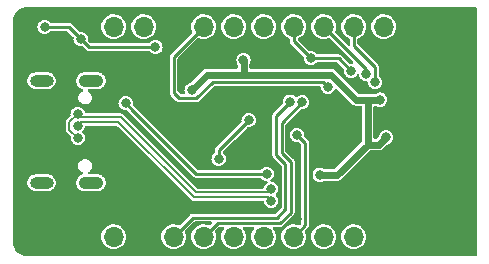
<source format=gbr>
%TF.GenerationSoftware,KiCad,Pcbnew,(6.0.5-0)*%
%TF.CreationDate,2022-07-11T15:01:11+02:00*%
%TF.ProjectId,ESP32-C3_breakout,45535033-322d-4433-935f-627265616b6f,rev?*%
%TF.SameCoordinates,Original*%
%TF.FileFunction,Copper,L2,Bot*%
%TF.FilePolarity,Positive*%
%FSLAX46Y46*%
G04 Gerber Fmt 4.6, Leading zero omitted, Abs format (unit mm)*
G04 Created by KiCad (PCBNEW (6.0.5-0)) date 2022-07-11 15:01:11*
%MOMM*%
%LPD*%
G01*
G04 APERTURE LIST*
%TA.AperFunction,ComponentPad*%
%ADD10O,2.100000X1.050000*%
%TD*%
%TA.AperFunction,ComponentPad*%
%ADD11O,2.000000X1.000000*%
%TD*%
%TA.AperFunction,ComponentPad*%
%ADD12R,1.700000X1.700000*%
%TD*%
%TA.AperFunction,ComponentPad*%
%ADD13O,1.700000X1.700000*%
%TD*%
%TA.AperFunction,ViaPad*%
%ADD14C,0.800000*%
%TD*%
%TA.AperFunction,Conductor*%
%ADD15C,0.600000*%
%TD*%
%TA.AperFunction,Conductor*%
%ADD16C,0.250000*%
%TD*%
%TA.AperFunction,Conductor*%
%ADD17C,0.200000*%
%TD*%
G04 APERTURE END LIST*
D10*
%TO.P,J1,S1,SHELL_GND*%
%TO.N,unconnected-(J1-PadS1)*%
X157088000Y-67562000D03*
D11*
%TO.P,J1,S2,SHELL_GND*%
X152908000Y-67562000D03*
%TO.P,J1,S3,SHELL_GND*%
X152908000Y-76202000D03*
D10*
%TO.P,J1,S4,SHELL_GND*%
X157088000Y-76202000D03*
%TD*%
D12*
%TO.P,J3,1,Pin_1*%
%TO.N,GND*%
X184404000Y-62992000D03*
D13*
%TO.P,J3,2,Pin_2*%
%TO.N,/EN*%
X181864000Y-62992000D03*
%TO.P,J3,3,Pin_3*%
%TO.N,/GPIO0*%
X179324000Y-62992000D03*
%TO.P,J3,4,Pin_4*%
%TO.N,/GPIO1*%
X176784000Y-62992000D03*
%TO.P,J3,5,Pin_5*%
%TO.N,/GPIO2*%
X174244000Y-62992000D03*
%TO.P,J3,6,Pin_6*%
%TO.N,/GPIO3*%
X171704000Y-62992000D03*
%TO.P,J3,7,Pin_7*%
%TO.N,/GPIO4*%
X169164000Y-62992000D03*
%TO.P,J3,8,Pin_8*%
%TO.N,/GPIO5*%
X166624000Y-62992000D03*
%TO.P,J3,9,Pin_9*%
%TO.N,GND*%
X164084000Y-62992000D03*
%TO.P,J3,10,Pin_10*%
%TO.N,+3V3*%
X161544000Y-62992000D03*
%TO.P,J3,11,Pin_11*%
%TO.N,/USB_+5V*%
X159004000Y-62992000D03*
%TD*%
D12*
%TO.P,J2,1,Pin_1*%
%TO.N,GND*%
X184404000Y-80772000D03*
D13*
%TO.P,J2,2,Pin_2*%
X181864000Y-80772000D03*
%TO.P,J2,3,Pin_3*%
%TO.N,/TX*%
X179324000Y-80772000D03*
%TO.P,J2,4,Pin_4*%
%TO.N,/RX*%
X176784000Y-80772000D03*
%TO.P,J2,5,Pin_5*%
%TO.N,/GPIO10*%
X174244000Y-80772000D03*
%TO.P,J2,6,Pin_6*%
%TO.N,/GPIO9*%
X171704000Y-80772000D03*
%TO.P,J2,7,Pin_7*%
%TO.N,/GPIO8*%
X169164000Y-80772000D03*
%TO.P,J2,8,Pin_8*%
%TO.N,/GPIO7*%
X166624000Y-80772000D03*
%TO.P,J2,9,Pin_9*%
%TO.N,/GPIO6*%
X164084000Y-80772000D03*
%TO.P,J2,10,Pin_10*%
%TO.N,GND*%
X161544000Y-80772000D03*
%TO.P,J2,11,Pin_11*%
%TO.N,/VIN*%
X159004000Y-80772000D03*
%TD*%
D14*
%TO.N,GND*%
X186048000Y-77214000D03*
X178308000Y-73152000D03*
X189148000Y-62914000D03*
X158999701Y-75433701D03*
X184448000Y-78614000D03*
X168648000Y-76200000D03*
X189148000Y-79514000D03*
X167386000Y-72644000D03*
X185348000Y-75514000D03*
X187148000Y-68514000D03*
X159004000Y-72136000D03*
X189148000Y-70514000D03*
X161898000Y-75564000D03*
X189148000Y-73514000D03*
X189148000Y-77514000D03*
X168698000Y-78239000D03*
X162248000Y-67214000D03*
X183648000Y-79214000D03*
X188148000Y-61914000D03*
X161148000Y-69214000D03*
X167640000Y-69088000D03*
X152908000Y-69088000D03*
X185348000Y-74514000D03*
X184048000Y-65114000D03*
X174498000Y-79248000D03*
X189148000Y-80514000D03*
X166370000Y-78232000D03*
X189148000Y-76514000D03*
X185248000Y-77914000D03*
X186248000Y-65914000D03*
X157734000Y-66294000D03*
X178308000Y-70866000D03*
X177038000Y-78994000D03*
X177038000Y-72136000D03*
X152908000Y-74422000D03*
X189148000Y-74514000D03*
X159004000Y-68580000D03*
X181048000Y-79214000D03*
X189148000Y-64914000D03*
X188148000Y-81514000D03*
X153670000Y-64516000D03*
X177048000Y-76614000D03*
X189148000Y-81514000D03*
X187148000Y-81514000D03*
X182648000Y-71414000D03*
X160274000Y-77978000D03*
X166624000Y-76200000D03*
X171958000Y-69088000D03*
X189148000Y-75514000D03*
X186148000Y-68514000D03*
X180348000Y-78514000D03*
X171958000Y-73914000D03*
X186048000Y-76214000D03*
X165862000Y-66040000D03*
X181887050Y-74153550D03*
X184748000Y-69914000D03*
X189148000Y-68514000D03*
X189148000Y-61914000D03*
X167898000Y-64214000D03*
X189148000Y-78514000D03*
X189148000Y-65914000D03*
X185148000Y-65914000D03*
X187148000Y-61914000D03*
X188148000Y-68514000D03*
X168910000Y-65786000D03*
X189148000Y-63914000D03*
X189148000Y-69514000D03*
X185448000Y-69214000D03*
X153924000Y-79756000D03*
X189148000Y-72514000D03*
X171098000Y-65764000D03*
X179578000Y-72136000D03*
X189148000Y-71514000D03*
%TO.N,+3V3*%
X181571540Y-69164000D03*
X182048000Y-72364000D03*
X169998000Y-65814000D03*
X165608000Y-68326000D03*
X176448000Y-75514000D03*
%TO.N,/BOOT*%
X153162000Y-62992000D03*
X156210000Y-64008000D03*
X162548000Y-64714000D03*
%TO.N,/GPIO0*%
X181141750Y-67681713D03*
%TO.N,/GPIO1*%
X180398000Y-67014000D03*
%TO.N,/GPIO2*%
X179100574Y-66711426D03*
X175698000Y-65664000D03*
%TO.N,/GPIO5*%
X177140500Y-68072000D03*
%TO.N,/GPIO6*%
X173965638Y-69327836D03*
%TO.N,/GPIO7*%
X174963805Y-69379500D03*
%TO.N,/GPIO8*%
X170434000Y-70903500D03*
X167894000Y-74168000D03*
%TO.N,/GPIO10*%
X174516490Y-72134463D03*
%TO.N,/D_P*%
X155956000Y-71357000D03*
X172348000Y-77724000D03*
%TO.N,/D_N*%
X155956000Y-70357497D03*
X155964500Y-72398500D03*
X172348000Y-76708000D03*
%TO.N,/USB_+5V*%
X160020000Y-69469000D03*
X171958000Y-75438000D03*
%TD*%
D15*
%TO.N,+3V3*%
X177948000Y-75514000D02*
X176448000Y-75514000D01*
X180548000Y-69164000D02*
X181571540Y-69164000D01*
X166878000Y-67056000D02*
X170006000Y-67056000D01*
X180498000Y-69214000D02*
X180548000Y-69164000D01*
X170006000Y-65822000D02*
X169998000Y-65814000D01*
X180498000Y-72314000D02*
X180498000Y-72964000D01*
X165608000Y-68326000D02*
X166878000Y-67056000D01*
X177396602Y-67056000D02*
X179504602Y-69164000D01*
X180498000Y-72964000D02*
X181448000Y-72964000D01*
X180498000Y-72314000D02*
X180498000Y-69214000D01*
X181448000Y-72964000D02*
X182048000Y-72364000D01*
X179504602Y-69164000D02*
X180548000Y-69164000D01*
X180498000Y-72964000D02*
X177948000Y-75514000D01*
X170006000Y-67056000D02*
X177396602Y-67056000D01*
X170006000Y-67056000D02*
X170006000Y-65822000D01*
D16*
%TO.N,/BOOT*%
X156210000Y-64008000D02*
X156916000Y-64714000D01*
X155194000Y-62992000D02*
X154686000Y-62992000D01*
X156916000Y-64714000D02*
X162548000Y-64714000D01*
X153162000Y-62992000D02*
X154686000Y-62992000D01*
X156210000Y-64008000D02*
X155194000Y-62992000D01*
%TO.N,/GPIO0*%
X181122511Y-66388511D02*
X179324000Y-64590000D01*
X179324000Y-62992000D02*
X179324000Y-64590000D01*
X181122511Y-67700952D02*
X181122511Y-66388511D01*
X181141750Y-67681713D02*
X181122511Y-67700952D01*
%TO.N,/GPIO1*%
X180398000Y-66606000D02*
X176784000Y-62992000D01*
X180398000Y-67014000D02*
X180398000Y-66606000D01*
%TO.N,/GPIO2*%
X178053148Y-65664000D02*
X179100574Y-66711426D01*
X175698000Y-65664000D02*
X178053148Y-65664000D01*
X174244000Y-64210000D02*
X174244000Y-62992000D01*
X175698000Y-65664000D02*
X174244000Y-64210000D01*
%TO.N,/GPIO5*%
X164084000Y-68580000D02*
X164084000Y-65532000D01*
X164084000Y-65532000D02*
X166624000Y-62992000D01*
X167381480Y-67680520D02*
X166011489Y-69050511D01*
X176749020Y-67680520D02*
X167381480Y-67680520D01*
X177140500Y-68072000D02*
X176749020Y-67680520D01*
X166011489Y-69050511D02*
X164554511Y-69050511D01*
X164554511Y-69050511D02*
X164084000Y-68580000D01*
%TO.N,/GPIO6*%
X172778480Y-70514994D02*
X173965638Y-69327836D01*
X164084000Y-80772000D02*
X165708031Y-79147969D01*
X173548000Y-78420000D02*
X173548000Y-74624331D01*
X172778480Y-73854811D02*
X172778480Y-70514994D01*
X165708031Y-79147969D02*
X172820031Y-79147969D01*
X173548000Y-74624331D02*
X172778480Y-73854811D01*
X172820031Y-79147969D02*
X173548000Y-78420000D01*
%TO.N,/GPIO7*%
X173228000Y-71115305D02*
X173228000Y-73668614D01*
X174963805Y-69379500D02*
X173228000Y-71115305D01*
X173997520Y-78723866D02*
X173123897Y-79597489D01*
X173123897Y-79597489D02*
X167798511Y-79597489D01*
X173997520Y-74438134D02*
X173997520Y-78723866D01*
X167798511Y-79597489D02*
X166624000Y-80772000D01*
X173228000Y-73668614D02*
X173997520Y-74438134D01*
%TO.N,/GPIO8*%
X170434000Y-70903500D02*
X167894000Y-73443500D01*
X167894000Y-73443500D02*
X167894000Y-74168000D01*
%TO.N,/GPIO10*%
X174244000Y-80772000D02*
X175222511Y-79793489D01*
X175222511Y-79793489D02*
X175222511Y-72840484D01*
X175222511Y-72840484D02*
X174516490Y-72134463D01*
D17*
%TO.N,/D_P*%
X156230751Y-71082249D02*
X159410049Y-71082249D01*
X155956000Y-71357000D02*
X156230751Y-71082249D01*
X159410049Y-71082249D02*
X165768801Y-77441001D01*
X172065001Y-77441001D02*
X172348000Y-77724000D01*
X165768801Y-77441001D02*
X172065001Y-77441001D01*
%TO.N,/D_N*%
X155256489Y-71707489D02*
X155956000Y-72407000D01*
X165955199Y-76990999D02*
X172065001Y-76990999D01*
X155956000Y-70357497D02*
X156230751Y-70632248D01*
X159596448Y-70632248D02*
X165955199Y-76990999D01*
X172065001Y-76990999D02*
X172348000Y-76708000D01*
X155256489Y-71057008D02*
X155256489Y-71707489D01*
X156230751Y-70632248D02*
X159596448Y-70632248D01*
X155956000Y-70357497D02*
X155256489Y-71057008D01*
D16*
%TO.N,/USB_+5V*%
X160637511Y-70086511D02*
X165989000Y-75438000D01*
X165989000Y-75438000D02*
X171958000Y-75438000D01*
X160637511Y-70086511D02*
X160020000Y-69469000D01*
%TD*%
%TA.AperFunction,Conductor*%
%TO.N,GND*%
G36*
X189686531Y-61360713D02*
G01*
X189723076Y-61411013D01*
X189728000Y-61442100D01*
X189728000Y-82321900D01*
X189708787Y-82381031D01*
X189658487Y-82417576D01*
X189627400Y-82422500D01*
X151668030Y-82422500D01*
X151659902Y-82421430D01*
X151650794Y-82421430D01*
X151638000Y-82418002D01*
X151625901Y-82421244D01*
X151621390Y-82421047D01*
X151448375Y-82405910D01*
X151431106Y-82402865D01*
X151375994Y-82388098D01*
X151255742Y-82355877D01*
X151239267Y-82349880D01*
X151074727Y-82273153D01*
X151059541Y-82264386D01*
X150910823Y-82160253D01*
X150897390Y-82148981D01*
X150769019Y-82020610D01*
X150757747Y-82007177D01*
X150653614Y-81858459D01*
X150644847Y-81843273D01*
X150568120Y-81678733D01*
X150562122Y-81662254D01*
X150561579Y-81660225D01*
X150520059Y-81505270D01*
X150515135Y-81486894D01*
X150512090Y-81469625D01*
X150496953Y-81296610D01*
X150496756Y-81292099D01*
X150499998Y-81280000D01*
X150496570Y-81267206D01*
X150496570Y-81258098D01*
X150495500Y-81249970D01*
X150495500Y-80757262D01*
X157948520Y-80757262D01*
X157965759Y-80962553D01*
X158022544Y-81160586D01*
X158116712Y-81343818D01*
X158119765Y-81347670D01*
X158119767Y-81347673D01*
X158148715Y-81384196D01*
X158244677Y-81505270D01*
X158401564Y-81638791D01*
X158581398Y-81739297D01*
X158586079Y-81740818D01*
X158772649Y-81801439D01*
X158772655Y-81801440D01*
X158777329Y-81802959D01*
X158782211Y-81803541D01*
X158782215Y-81803542D01*
X158957937Y-81824494D01*
X158981894Y-81827351D01*
X158986795Y-81826974D01*
X158986798Y-81826974D01*
X159097112Y-81818486D01*
X159187300Y-81811546D01*
X159192036Y-81810224D01*
X159192040Y-81810223D01*
X159380983Y-81757469D01*
X159385725Y-81756145D01*
X159569610Y-81663258D01*
X159731951Y-81536424D01*
X159866564Y-81380472D01*
X159923640Y-81280000D01*
X159965893Y-81205622D01*
X159965894Y-81205620D01*
X159968323Y-81201344D01*
X160033351Y-81005863D01*
X160033967Y-81000988D01*
X160033968Y-81000983D01*
X160058819Y-80804257D01*
X160059171Y-80801474D01*
X160059583Y-80772000D01*
X160058138Y-80757262D01*
X163028520Y-80757262D01*
X163045759Y-80962553D01*
X163102544Y-81160586D01*
X163196712Y-81343818D01*
X163199765Y-81347670D01*
X163199767Y-81347673D01*
X163228715Y-81384196D01*
X163324677Y-81505270D01*
X163481564Y-81638791D01*
X163661398Y-81739297D01*
X163666079Y-81740818D01*
X163852649Y-81801439D01*
X163852655Y-81801440D01*
X163857329Y-81802959D01*
X163862211Y-81803541D01*
X163862215Y-81803542D01*
X164037937Y-81824494D01*
X164061894Y-81827351D01*
X164066795Y-81826974D01*
X164066798Y-81826974D01*
X164177112Y-81818486D01*
X164267300Y-81811546D01*
X164272036Y-81810224D01*
X164272040Y-81810223D01*
X164460983Y-81757469D01*
X164465725Y-81756145D01*
X164649610Y-81663258D01*
X164811951Y-81536424D01*
X164946564Y-81380472D01*
X165003640Y-81280000D01*
X165045893Y-81205622D01*
X165045894Y-81205620D01*
X165048323Y-81201344D01*
X165113351Y-81005863D01*
X165113967Y-81000988D01*
X165113968Y-81000983D01*
X165138819Y-80804257D01*
X165139171Y-80801474D01*
X165139583Y-80772000D01*
X165119480Y-80566970D01*
X165118058Y-80562260D01*
X165118057Y-80562255D01*
X165083162Y-80446681D01*
X165059935Y-80369749D01*
X165055535Y-80361473D01*
X165055530Y-80361463D01*
X165044737Y-80300232D01*
X165073222Y-80243104D01*
X165813392Y-79502934D01*
X165868790Y-79474708D01*
X165884527Y-79473469D01*
X167219334Y-79473469D01*
X167278465Y-79492682D01*
X167315010Y-79542982D01*
X167315010Y-79605156D01*
X167290469Y-79645204D01*
X167153398Y-79782275D01*
X167098000Y-79810501D01*
X167042793Y-79801063D01*
X167041918Y-79803144D01*
X167037387Y-79801239D01*
X167033055Y-79798897D01*
X167028351Y-79797441D01*
X167028349Y-79797440D01*
X166955472Y-79774881D01*
X166836254Y-79737977D01*
X166631369Y-79716443D01*
X166626468Y-79716889D01*
X166626465Y-79716889D01*
X166431101Y-79734668D01*
X166431098Y-79734668D01*
X166426203Y-79735114D01*
X166421489Y-79736501D01*
X166421486Y-79736502D01*
X166291086Y-79774881D01*
X166228572Y-79793280D01*
X166224212Y-79795559D01*
X166224208Y-79795561D01*
X166156807Y-79830798D01*
X166046002Y-79888726D01*
X166042170Y-79891807D01*
X165893176Y-80011601D01*
X165885447Y-80017815D01*
X165753024Y-80175630D01*
X165750657Y-80179936D01*
X165750654Y-80179940D01*
X165743916Y-80192197D01*
X165653776Y-80356162D01*
X165591484Y-80552532D01*
X165590935Y-80557423D01*
X165590935Y-80557425D01*
X165589865Y-80566970D01*
X165568520Y-80757262D01*
X165585759Y-80962553D01*
X165642544Y-81160586D01*
X165736712Y-81343818D01*
X165739765Y-81347670D01*
X165739767Y-81347673D01*
X165768715Y-81384196D01*
X165864677Y-81505270D01*
X166021564Y-81638791D01*
X166201398Y-81739297D01*
X166206079Y-81740818D01*
X166392649Y-81801439D01*
X166392655Y-81801440D01*
X166397329Y-81802959D01*
X166402211Y-81803541D01*
X166402215Y-81803542D01*
X166577937Y-81824494D01*
X166601894Y-81827351D01*
X166606795Y-81826974D01*
X166606798Y-81826974D01*
X166717112Y-81818486D01*
X166807300Y-81811546D01*
X166812036Y-81810224D01*
X166812040Y-81810223D01*
X167000983Y-81757469D01*
X167005725Y-81756145D01*
X167189610Y-81663258D01*
X167351951Y-81536424D01*
X167486564Y-81380472D01*
X167543640Y-81280000D01*
X167585893Y-81205622D01*
X167585894Y-81205620D01*
X167588323Y-81201344D01*
X167653351Y-81005863D01*
X167653967Y-81000988D01*
X167653968Y-81000983D01*
X167678819Y-80804257D01*
X167679171Y-80801474D01*
X167679583Y-80772000D01*
X167659480Y-80566970D01*
X167658058Y-80562260D01*
X167658057Y-80562255D01*
X167601359Y-80374464D01*
X167601357Y-80374460D01*
X167599935Y-80369749D01*
X167595534Y-80361471D01*
X167584735Y-80300243D01*
X167613222Y-80243105D01*
X167903873Y-79952454D01*
X167959271Y-79924228D01*
X167975008Y-79922989D01*
X168289277Y-79922989D01*
X168348408Y-79942202D01*
X168384953Y-79992502D01*
X168384953Y-80054676D01*
X168366341Y-80088253D01*
X168296189Y-80171857D01*
X168296186Y-80171862D01*
X168293024Y-80175630D01*
X168290657Y-80179936D01*
X168290654Y-80179940D01*
X168283916Y-80192197D01*
X168193776Y-80356162D01*
X168131484Y-80552532D01*
X168130935Y-80557423D01*
X168130935Y-80557425D01*
X168129865Y-80566970D01*
X168108520Y-80757262D01*
X168125759Y-80962553D01*
X168182544Y-81160586D01*
X168276712Y-81343818D01*
X168279765Y-81347670D01*
X168279767Y-81347673D01*
X168308715Y-81384196D01*
X168404677Y-81505270D01*
X168561564Y-81638791D01*
X168741398Y-81739297D01*
X168746079Y-81740818D01*
X168932649Y-81801439D01*
X168932655Y-81801440D01*
X168937329Y-81802959D01*
X168942211Y-81803541D01*
X168942215Y-81803542D01*
X169117937Y-81824494D01*
X169141894Y-81827351D01*
X169146795Y-81826974D01*
X169146798Y-81826974D01*
X169257112Y-81818486D01*
X169347300Y-81811546D01*
X169352036Y-81810224D01*
X169352040Y-81810223D01*
X169540983Y-81757469D01*
X169545725Y-81756145D01*
X169729610Y-81663258D01*
X169891951Y-81536424D01*
X170026564Y-81380472D01*
X170083640Y-81280000D01*
X170125893Y-81205622D01*
X170125894Y-81205620D01*
X170128323Y-81201344D01*
X170193351Y-81005863D01*
X170193967Y-81000988D01*
X170193968Y-81000983D01*
X170218819Y-80804257D01*
X170219171Y-80801474D01*
X170219583Y-80772000D01*
X170199480Y-80566970D01*
X170198058Y-80562260D01*
X170198057Y-80562255D01*
X170163162Y-80446681D01*
X170139935Y-80369749D01*
X170043218Y-80187849D01*
X169961107Y-80087171D01*
X169938623Y-80029205D01*
X169954505Y-79969093D01*
X170002687Y-79929797D01*
X170039066Y-79922989D01*
X170829277Y-79922989D01*
X170888408Y-79942202D01*
X170924953Y-79992502D01*
X170924953Y-80054676D01*
X170906341Y-80088253D01*
X170836189Y-80171857D01*
X170836186Y-80171862D01*
X170833024Y-80175630D01*
X170830657Y-80179936D01*
X170830654Y-80179940D01*
X170823916Y-80192197D01*
X170733776Y-80356162D01*
X170671484Y-80552532D01*
X170670935Y-80557423D01*
X170670935Y-80557425D01*
X170669865Y-80566970D01*
X170648520Y-80757262D01*
X170665759Y-80962553D01*
X170722544Y-81160586D01*
X170816712Y-81343818D01*
X170819765Y-81347670D01*
X170819767Y-81347673D01*
X170848715Y-81384196D01*
X170944677Y-81505270D01*
X171101564Y-81638791D01*
X171281398Y-81739297D01*
X171286079Y-81740818D01*
X171472649Y-81801439D01*
X171472655Y-81801440D01*
X171477329Y-81802959D01*
X171482211Y-81803541D01*
X171482215Y-81803542D01*
X171657937Y-81824494D01*
X171681894Y-81827351D01*
X171686795Y-81826974D01*
X171686798Y-81826974D01*
X171797112Y-81818486D01*
X171887300Y-81811546D01*
X171892036Y-81810224D01*
X171892040Y-81810223D01*
X172080983Y-81757469D01*
X172085725Y-81756145D01*
X172269610Y-81663258D01*
X172431951Y-81536424D01*
X172566564Y-81380472D01*
X172623640Y-81280000D01*
X172665893Y-81205622D01*
X172665894Y-81205620D01*
X172668323Y-81201344D01*
X172733351Y-81005863D01*
X172733967Y-81000988D01*
X172733968Y-81000983D01*
X172758819Y-80804257D01*
X172759171Y-80801474D01*
X172759583Y-80772000D01*
X172758138Y-80757262D01*
X173188520Y-80757262D01*
X173205759Y-80962553D01*
X173262544Y-81160586D01*
X173356712Y-81343818D01*
X173359765Y-81347670D01*
X173359767Y-81347673D01*
X173388715Y-81384196D01*
X173484677Y-81505270D01*
X173641564Y-81638791D01*
X173821398Y-81739297D01*
X173826079Y-81740818D01*
X174012649Y-81801439D01*
X174012655Y-81801440D01*
X174017329Y-81802959D01*
X174022211Y-81803541D01*
X174022215Y-81803542D01*
X174197937Y-81824494D01*
X174221894Y-81827351D01*
X174226795Y-81826974D01*
X174226798Y-81826974D01*
X174337112Y-81818486D01*
X174427300Y-81811546D01*
X174432036Y-81810224D01*
X174432040Y-81810223D01*
X174620983Y-81757469D01*
X174625725Y-81756145D01*
X174809610Y-81663258D01*
X174971951Y-81536424D01*
X175106564Y-81380472D01*
X175163640Y-81280000D01*
X175205893Y-81205622D01*
X175205894Y-81205620D01*
X175208323Y-81201344D01*
X175273351Y-81005863D01*
X175273967Y-81000988D01*
X175273968Y-81000983D01*
X175298819Y-80804257D01*
X175299171Y-80801474D01*
X175299583Y-80772000D01*
X175298138Y-80757262D01*
X175728520Y-80757262D01*
X175745759Y-80962553D01*
X175802544Y-81160586D01*
X175896712Y-81343818D01*
X175899765Y-81347670D01*
X175899767Y-81347673D01*
X175928715Y-81384196D01*
X176024677Y-81505270D01*
X176181564Y-81638791D01*
X176361398Y-81739297D01*
X176366079Y-81740818D01*
X176552649Y-81801439D01*
X176552655Y-81801440D01*
X176557329Y-81802959D01*
X176562211Y-81803541D01*
X176562215Y-81803542D01*
X176737937Y-81824494D01*
X176761894Y-81827351D01*
X176766795Y-81826974D01*
X176766798Y-81826974D01*
X176877112Y-81818486D01*
X176967300Y-81811546D01*
X176972036Y-81810224D01*
X176972040Y-81810223D01*
X177160983Y-81757469D01*
X177165725Y-81756145D01*
X177349610Y-81663258D01*
X177511951Y-81536424D01*
X177646564Y-81380472D01*
X177703640Y-81280000D01*
X177745893Y-81205622D01*
X177745894Y-81205620D01*
X177748323Y-81201344D01*
X177813351Y-81005863D01*
X177813967Y-81000988D01*
X177813968Y-81000983D01*
X177838819Y-80804257D01*
X177839171Y-80801474D01*
X177839583Y-80772000D01*
X177838138Y-80757262D01*
X178268520Y-80757262D01*
X178285759Y-80962553D01*
X178342544Y-81160586D01*
X178436712Y-81343818D01*
X178439765Y-81347670D01*
X178439767Y-81347673D01*
X178468715Y-81384196D01*
X178564677Y-81505270D01*
X178721564Y-81638791D01*
X178901398Y-81739297D01*
X178906079Y-81740818D01*
X179092649Y-81801439D01*
X179092655Y-81801440D01*
X179097329Y-81802959D01*
X179102211Y-81803541D01*
X179102215Y-81803542D01*
X179277937Y-81824494D01*
X179301894Y-81827351D01*
X179306795Y-81826974D01*
X179306798Y-81826974D01*
X179417112Y-81818486D01*
X179507300Y-81811546D01*
X179512036Y-81810224D01*
X179512040Y-81810223D01*
X179700983Y-81757469D01*
X179705725Y-81756145D01*
X179889610Y-81663258D01*
X180051951Y-81536424D01*
X180186564Y-81380472D01*
X180243640Y-81280000D01*
X180285893Y-81205622D01*
X180285894Y-81205620D01*
X180288323Y-81201344D01*
X180353351Y-81005863D01*
X180353967Y-81000988D01*
X180353968Y-81000983D01*
X180378819Y-80804257D01*
X180379171Y-80801474D01*
X180379583Y-80772000D01*
X180359480Y-80566970D01*
X180358058Y-80562260D01*
X180358057Y-80562255D01*
X180323162Y-80446681D01*
X180299935Y-80369749D01*
X180203218Y-80187849D01*
X180073011Y-80028200D01*
X179981450Y-79952454D01*
X179918063Y-79900015D01*
X179918058Y-79900012D01*
X179914275Y-79896882D01*
X179868767Y-79872276D01*
X179737378Y-79801234D01*
X179737374Y-79801232D01*
X179733055Y-79798897D01*
X179536254Y-79737977D01*
X179331369Y-79716443D01*
X179326468Y-79716889D01*
X179326465Y-79716889D01*
X179131101Y-79734668D01*
X179131098Y-79734668D01*
X179126203Y-79735114D01*
X179121489Y-79736501D01*
X179121486Y-79736502D01*
X178991086Y-79774881D01*
X178928572Y-79793280D01*
X178924212Y-79795559D01*
X178924208Y-79795561D01*
X178856807Y-79830798D01*
X178746002Y-79888726D01*
X178742170Y-79891807D01*
X178593176Y-80011601D01*
X178585447Y-80017815D01*
X178453024Y-80175630D01*
X178450657Y-80179936D01*
X178450654Y-80179940D01*
X178443916Y-80192197D01*
X178353776Y-80356162D01*
X178291484Y-80552532D01*
X178290935Y-80557423D01*
X178290935Y-80557425D01*
X178289865Y-80566970D01*
X178268520Y-80757262D01*
X177838138Y-80757262D01*
X177819480Y-80566970D01*
X177818058Y-80562260D01*
X177818057Y-80562255D01*
X177783162Y-80446681D01*
X177759935Y-80369749D01*
X177663218Y-80187849D01*
X177533011Y-80028200D01*
X177441450Y-79952454D01*
X177378063Y-79900015D01*
X177378058Y-79900012D01*
X177374275Y-79896882D01*
X177328767Y-79872276D01*
X177197378Y-79801234D01*
X177197374Y-79801232D01*
X177193055Y-79798897D01*
X176996254Y-79737977D01*
X176791369Y-79716443D01*
X176786468Y-79716889D01*
X176786465Y-79716889D01*
X176591101Y-79734668D01*
X176591098Y-79734668D01*
X176586203Y-79735114D01*
X176581489Y-79736501D01*
X176581486Y-79736502D01*
X176451086Y-79774881D01*
X176388572Y-79793280D01*
X176384212Y-79795559D01*
X176384208Y-79795561D01*
X176316807Y-79830798D01*
X176206002Y-79888726D01*
X176202170Y-79891807D01*
X176053176Y-80011601D01*
X176045447Y-80017815D01*
X175913024Y-80175630D01*
X175910657Y-80179936D01*
X175910654Y-80179940D01*
X175903916Y-80192197D01*
X175813776Y-80356162D01*
X175751484Y-80552532D01*
X175750935Y-80557423D01*
X175750935Y-80557425D01*
X175749865Y-80566970D01*
X175728520Y-80757262D01*
X175298138Y-80757262D01*
X175279480Y-80566970D01*
X175278058Y-80562260D01*
X175278057Y-80562255D01*
X175243162Y-80446681D01*
X175219935Y-80369749D01*
X175215535Y-80361473D01*
X175215530Y-80361463D01*
X175204737Y-80300232D01*
X175233222Y-80243104D01*
X175439520Y-80036806D01*
X175445991Y-80030877D01*
X175468964Y-80011601D01*
X175468966Y-80011599D01*
X175475705Y-80005944D01*
X175480104Y-79998324D01*
X175480106Y-79998322D01*
X175495103Y-79972346D01*
X175499819Y-79964944D01*
X175517016Y-79940384D01*
X175517017Y-79940383D01*
X175522065Y-79933173D01*
X175524343Y-79924673D01*
X175526749Y-79919513D01*
X175528699Y-79914154D01*
X175533099Y-79906534D01*
X175534627Y-79897869D01*
X175534628Y-79897866D01*
X175539837Y-79868329D01*
X175541736Y-79859764D01*
X175549497Y-79830798D01*
X175549497Y-79830796D01*
X175551775Y-79822295D01*
X175549933Y-79801234D01*
X175548394Y-79783648D01*
X175548011Y-79774881D01*
X175548011Y-72859077D01*
X175548394Y-72850309D01*
X175551007Y-72820444D01*
X175551774Y-72811677D01*
X175544934Y-72786151D01*
X175541735Y-72774211D01*
X175539835Y-72765642D01*
X175534627Y-72736105D01*
X175533099Y-72727439D01*
X175528698Y-72719817D01*
X175526752Y-72714469D01*
X175524342Y-72709300D01*
X175522064Y-72700800D01*
X175515705Y-72691718D01*
X175499818Y-72669028D01*
X175495105Y-72661629D01*
X175480107Y-72635652D01*
X175480104Y-72635649D01*
X175475705Y-72628029D01*
X175445989Y-72603094D01*
X175439519Y-72597165D01*
X175140341Y-72297987D01*
X175112115Y-72242589D01*
X175111737Y-72213725D01*
X175122172Y-72134463D01*
X175113324Y-72067255D01*
X175102395Y-71984239D01*
X175102394Y-71984237D01*
X175101534Y-71977701D01*
X175041026Y-71831622D01*
X174944772Y-71706181D01*
X174819331Y-71609927D01*
X174673252Y-71549419D01*
X174666716Y-71548559D01*
X174666714Y-71548558D01*
X174523030Y-71529642D01*
X174516490Y-71528781D01*
X174509950Y-71529642D01*
X174366266Y-71548558D01*
X174366264Y-71548559D01*
X174359728Y-71549419D01*
X174213649Y-71609927D01*
X174088208Y-71706181D01*
X173991954Y-71831622D01*
X173931446Y-71977701D01*
X173930586Y-71984237D01*
X173930585Y-71984239D01*
X173919656Y-72067255D01*
X173910808Y-72134463D01*
X173911669Y-72141002D01*
X173911669Y-72141003D01*
X173925792Y-72248276D01*
X173931446Y-72291225D01*
X173991954Y-72437304D01*
X174088208Y-72562745D01*
X174213649Y-72658999D01*
X174359728Y-72719507D01*
X174366264Y-72720367D01*
X174366266Y-72720368D01*
X174509950Y-72739284D01*
X174516490Y-72740145D01*
X174595749Y-72729710D01*
X174656881Y-72741040D01*
X174680014Y-72758314D01*
X174867546Y-72945846D01*
X174895772Y-73001244D01*
X174897011Y-73016981D01*
X174897011Y-79616993D01*
X174877798Y-79676124D01*
X174867546Y-79688128D01*
X174773399Y-79782275D01*
X174718001Y-79810501D01*
X174662790Y-79801071D01*
X174661918Y-79803144D01*
X174657387Y-79801239D01*
X174653055Y-79798897D01*
X174648351Y-79797441D01*
X174648349Y-79797440D01*
X174575472Y-79774881D01*
X174456254Y-79737977D01*
X174251369Y-79716443D01*
X174246468Y-79716889D01*
X174246465Y-79716889D01*
X174051101Y-79734668D01*
X174051098Y-79734668D01*
X174046203Y-79735114D01*
X174041489Y-79736501D01*
X174041486Y-79736502D01*
X173911086Y-79774881D01*
X173848572Y-79793280D01*
X173844212Y-79795559D01*
X173844208Y-79795561D01*
X173776807Y-79830798D01*
X173666002Y-79888726D01*
X173662170Y-79891807D01*
X173513176Y-80011601D01*
X173505447Y-80017815D01*
X173373024Y-80175630D01*
X173370657Y-80179936D01*
X173370654Y-80179940D01*
X173363916Y-80192197D01*
X173273776Y-80356162D01*
X173211484Y-80552532D01*
X173210935Y-80557423D01*
X173210935Y-80557425D01*
X173209865Y-80566970D01*
X173188520Y-80757262D01*
X172758138Y-80757262D01*
X172739480Y-80566970D01*
X172738058Y-80562260D01*
X172738057Y-80562255D01*
X172703162Y-80446681D01*
X172679935Y-80369749D01*
X172583218Y-80187849D01*
X172501107Y-80087171D01*
X172478623Y-80029205D01*
X172494505Y-79969093D01*
X172542687Y-79929797D01*
X172579066Y-79922989D01*
X173105293Y-79922989D01*
X173114060Y-79923372D01*
X173152704Y-79926753D01*
X173162315Y-79924178D01*
X173190181Y-79916711D01*
X173198750Y-79914811D01*
X173205852Y-79913559D01*
X173236942Y-79908077D01*
X173244566Y-79903675D01*
X173249927Y-79901724D01*
X173255080Y-79899321D01*
X173263581Y-79897043D01*
X173275459Y-79888726D01*
X173295352Y-79874797D01*
X173302754Y-79870081D01*
X173328727Y-79855086D01*
X173328730Y-79855083D01*
X173336352Y-79850683D01*
X173361291Y-79820962D01*
X173367220Y-79814492D01*
X174214535Y-78967178D01*
X174221006Y-78961249D01*
X174243969Y-78941981D01*
X174243970Y-78941980D01*
X174250714Y-78936321D01*
X174255116Y-78928696D01*
X174255118Y-78928694D01*
X174270114Y-78902721D01*
X174274827Y-78895322D01*
X174292026Y-78870758D01*
X174297073Y-78863550D01*
X174299351Y-78855050D01*
X174301761Y-78849881D01*
X174303707Y-78844533D01*
X174308108Y-78836911D01*
X174314844Y-78798708D01*
X174316744Y-78790139D01*
X174324505Y-78761174D01*
X174326783Y-78752673D01*
X174323403Y-78714038D01*
X174323020Y-78705270D01*
X174323020Y-74456738D01*
X174323403Y-74447970D01*
X174326017Y-74418094D01*
X174326784Y-74409327D01*
X174324209Y-74399716D01*
X174316742Y-74371850D01*
X174314842Y-74363281D01*
X174309636Y-74333757D01*
X174308108Y-74325089D01*
X174303706Y-74317465D01*
X174301755Y-74312104D01*
X174299352Y-74306951D01*
X174297074Y-74298450D01*
X174292025Y-74291239D01*
X174274828Y-74266679D01*
X174270112Y-74259277D01*
X174255117Y-74233304D01*
X174255114Y-74233301D01*
X174250714Y-74225679D01*
X174220992Y-74200739D01*
X174214522Y-74194810D01*
X173582965Y-73563253D01*
X173554739Y-73507855D01*
X173553500Y-73492118D01*
X173553500Y-71291801D01*
X173572713Y-71232670D01*
X173582965Y-71220666D01*
X174800280Y-70003351D01*
X174855678Y-69975125D01*
X174884543Y-69974747D01*
X174963805Y-69985182D01*
X174970345Y-69984321D01*
X175114029Y-69965405D01*
X175114031Y-69965404D01*
X175120567Y-69964544D01*
X175266646Y-69904036D01*
X175392087Y-69807782D01*
X175488341Y-69682341D01*
X175548849Y-69536262D01*
X175557989Y-69466841D01*
X175568626Y-69386040D01*
X175569487Y-69379500D01*
X175559830Y-69306146D01*
X175549710Y-69229276D01*
X175549709Y-69229274D01*
X175548849Y-69222738D01*
X175488341Y-69076659D01*
X175392087Y-68951218D01*
X175266646Y-68854964D01*
X175120567Y-68794456D01*
X175114031Y-68793596D01*
X175114029Y-68793595D01*
X174970345Y-68774679D01*
X174963805Y-68773818D01*
X174957265Y-68774679D01*
X174813581Y-68793595D01*
X174813579Y-68793596D01*
X174807043Y-68794456D01*
X174660964Y-68854964D01*
X174551158Y-68939221D01*
X174492552Y-68959974D01*
X174432938Y-68942315D01*
X174410108Y-68920650D01*
X174397936Y-68904787D01*
X174397933Y-68904784D01*
X174393920Y-68899554D01*
X174268479Y-68803300D01*
X174122400Y-68742792D01*
X174115864Y-68741932D01*
X174115862Y-68741931D01*
X173972178Y-68723015D01*
X173965638Y-68722154D01*
X173959098Y-68723015D01*
X173815414Y-68741931D01*
X173815412Y-68741932D01*
X173808876Y-68742792D01*
X173662797Y-68803300D01*
X173537356Y-68899554D01*
X173441102Y-69024995D01*
X173380594Y-69171074D01*
X173379734Y-69177610D01*
X173379733Y-69177612D01*
X173361748Y-69314224D01*
X173359956Y-69327836D01*
X173370391Y-69407097D01*
X173359061Y-69468228D01*
X173341787Y-69491361D01*
X172561471Y-70271677D01*
X172555000Y-70277606D01*
X172532027Y-70296882D01*
X172532025Y-70296884D01*
X172525286Y-70302539D01*
X172520887Y-70310159D01*
X172520885Y-70310161D01*
X172505888Y-70336137D01*
X172501172Y-70343539D01*
X172485796Y-70365499D01*
X172478926Y-70375310D01*
X172476648Y-70383811D01*
X172474245Y-70388964D01*
X172472294Y-70394325D01*
X172467892Y-70401949D01*
X172465578Y-70415073D01*
X172461158Y-70440141D01*
X172459258Y-70448710D01*
X172457491Y-70455306D01*
X172449216Y-70486187D01*
X172449983Y-70494954D01*
X172452597Y-70524830D01*
X172452980Y-70533598D01*
X172452980Y-73836207D01*
X172452597Y-73844974D01*
X172449216Y-73883618D01*
X172451494Y-73892119D01*
X172459258Y-73921095D01*
X172461158Y-73929664D01*
X172467892Y-73967856D01*
X172472294Y-73975480D01*
X172474245Y-73980841D01*
X172476648Y-73985994D01*
X172478926Y-73994495D01*
X172483974Y-74001705D01*
X172483975Y-74001706D01*
X172501172Y-74026266D01*
X172505888Y-74033668D01*
X172520883Y-74059641D01*
X172520886Y-74059644D01*
X172525286Y-74067266D01*
X172532029Y-74072924D01*
X172555008Y-74092206D01*
X172561478Y-74098135D01*
X173193035Y-74729692D01*
X173221261Y-74785090D01*
X173222500Y-74800827D01*
X173222500Y-78243504D01*
X173203287Y-78302635D01*
X173193035Y-78314639D01*
X172714670Y-78793004D01*
X172659272Y-78821230D01*
X172643535Y-78822469D01*
X165726635Y-78822469D01*
X165717867Y-78822086D01*
X165687991Y-78819472D01*
X165679224Y-78818705D01*
X165670723Y-78820983D01*
X165641747Y-78828747D01*
X165633178Y-78830647D01*
X165626076Y-78831899D01*
X165594986Y-78837381D01*
X165587362Y-78841783D01*
X165582001Y-78843734D01*
X165576848Y-78846137D01*
X165568347Y-78848415D01*
X165561137Y-78853463D01*
X165561136Y-78853464D01*
X165536576Y-78870661D01*
X165529174Y-78875377D01*
X165503201Y-78890372D01*
X165503198Y-78890375D01*
X165495576Y-78894775D01*
X165479200Y-78914290D01*
X165470636Y-78924497D01*
X165464707Y-78930967D01*
X164613399Y-79782275D01*
X164558001Y-79810501D01*
X164502790Y-79801071D01*
X164501918Y-79803144D01*
X164497387Y-79801239D01*
X164493055Y-79798897D01*
X164488351Y-79797441D01*
X164488349Y-79797440D01*
X164415472Y-79774881D01*
X164296254Y-79737977D01*
X164091369Y-79716443D01*
X164086468Y-79716889D01*
X164086465Y-79716889D01*
X163891101Y-79734668D01*
X163891098Y-79734668D01*
X163886203Y-79735114D01*
X163881489Y-79736501D01*
X163881486Y-79736502D01*
X163751086Y-79774881D01*
X163688572Y-79793280D01*
X163684212Y-79795559D01*
X163684208Y-79795561D01*
X163616807Y-79830798D01*
X163506002Y-79888726D01*
X163502170Y-79891807D01*
X163353176Y-80011601D01*
X163345447Y-80017815D01*
X163213024Y-80175630D01*
X163210657Y-80179936D01*
X163210654Y-80179940D01*
X163203916Y-80192197D01*
X163113776Y-80356162D01*
X163051484Y-80552532D01*
X163050935Y-80557423D01*
X163050935Y-80557425D01*
X163049865Y-80566970D01*
X163028520Y-80757262D01*
X160058138Y-80757262D01*
X160039480Y-80566970D01*
X160038058Y-80562260D01*
X160038057Y-80562255D01*
X160003162Y-80446681D01*
X159979935Y-80369749D01*
X159883218Y-80187849D01*
X159753011Y-80028200D01*
X159661450Y-79952454D01*
X159598063Y-79900015D01*
X159598058Y-79900012D01*
X159594275Y-79896882D01*
X159548767Y-79872276D01*
X159417378Y-79801234D01*
X159417374Y-79801232D01*
X159413055Y-79798897D01*
X159216254Y-79737977D01*
X159011369Y-79716443D01*
X159006468Y-79716889D01*
X159006465Y-79716889D01*
X158811101Y-79734668D01*
X158811098Y-79734668D01*
X158806203Y-79735114D01*
X158801489Y-79736501D01*
X158801486Y-79736502D01*
X158671086Y-79774881D01*
X158608572Y-79793280D01*
X158604212Y-79795559D01*
X158604208Y-79795561D01*
X158536807Y-79830798D01*
X158426002Y-79888726D01*
X158422170Y-79891807D01*
X158273176Y-80011601D01*
X158265447Y-80017815D01*
X158133024Y-80175630D01*
X158130657Y-80179936D01*
X158130654Y-80179940D01*
X158123916Y-80192197D01*
X158033776Y-80356162D01*
X157971484Y-80552532D01*
X157970935Y-80557423D01*
X157970935Y-80557425D01*
X157969865Y-80566970D01*
X157948520Y-80757262D01*
X150495500Y-80757262D01*
X150495500Y-76283105D01*
X151707031Y-76283105D01*
X151746612Y-76447968D01*
X151749392Y-76453354D01*
X151749393Y-76453357D01*
X151803288Y-76557776D01*
X151824375Y-76598631D01*
X151828357Y-76603196D01*
X151828358Y-76603197D01*
X151887756Y-76671286D01*
X151935831Y-76726396D01*
X151940794Y-76729884D01*
X151940795Y-76729885D01*
X152058136Y-76812353D01*
X152074547Y-76823887D01*
X152080197Y-76826090D01*
X152080199Y-76826091D01*
X152226857Y-76883271D01*
X152226859Y-76883271D01*
X152232513Y-76885476D01*
X152361826Y-76902500D01*
X153450516Y-76902500D01*
X153529418Y-76892952D01*
X153570298Y-76888005D01*
X153570300Y-76888004D01*
X153576320Y-76887276D01*
X153581990Y-76885133D01*
X153581992Y-76885133D01*
X153729255Y-76829487D01*
X153729257Y-76829486D01*
X153734923Y-76827345D01*
X153874651Y-76731312D01*
X153987440Y-76604721D01*
X153990665Y-76598631D01*
X154063937Y-76460243D01*
X154066776Y-76454881D01*
X154108081Y-76290441D01*
X154108120Y-76283105D01*
X154108338Y-76241501D01*
X155833630Y-76241501D01*
X155834620Y-76247262D01*
X155843050Y-76296319D01*
X155862280Y-76408233D01*
X155928518Y-76563902D01*
X155931987Y-76568615D01*
X155931987Y-76568616D01*
X156025325Y-76695449D01*
X156025328Y-76695452D01*
X156028791Y-76700158D01*
X156033246Y-76703942D01*
X156033247Y-76703944D01*
X156065461Y-76731312D01*
X156157720Y-76809692D01*
X156162930Y-76812352D01*
X156162931Y-76812353D01*
X156196486Y-76829487D01*
X156308389Y-76886627D01*
X156314065Y-76888016D01*
X156314068Y-76888017D01*
X156373256Y-76902500D01*
X156472717Y-76926838D01*
X156477186Y-76927115D01*
X156477191Y-76927116D01*
X156481481Y-76927382D01*
X156483388Y-76927500D01*
X157655363Y-76927500D01*
X157658268Y-76927161D01*
X157658273Y-76927161D01*
X157775231Y-76913525D01*
X157775232Y-76913525D01*
X157781037Y-76912848D01*
X157786529Y-76910854D01*
X157786531Y-76910854D01*
X157854264Y-76886268D01*
X157940061Y-76855125D01*
X157944951Y-76851919D01*
X157944953Y-76851918D01*
X158076646Y-76765576D01*
X158076648Y-76765574D01*
X158081540Y-76762367D01*
X158197885Y-76639550D01*
X158282856Y-76493262D01*
X158331895Y-76331350D01*
X158334774Y-76284953D01*
X158342008Y-76168334D01*
X158342370Y-76162499D01*
X158333961Y-76113559D01*
X158314710Y-76001527D01*
X158314709Y-76001525D01*
X158313720Y-75995767D01*
X158272022Y-75897771D01*
X158249774Y-75845484D01*
X158249773Y-75845482D01*
X158247482Y-75840098D01*
X158225881Y-75810745D01*
X158150675Y-75708551D01*
X158150672Y-75708548D01*
X158147209Y-75703842D01*
X158132322Y-75691194D01*
X158022739Y-75598096D01*
X158022738Y-75598095D01*
X158018280Y-75594308D01*
X157997312Y-75583601D01*
X157872820Y-75520033D01*
X157872821Y-75520033D01*
X157867611Y-75517373D01*
X157861935Y-75515984D01*
X157861932Y-75515983D01*
X157760455Y-75491152D01*
X157703283Y-75477162D01*
X157698814Y-75476885D01*
X157698809Y-75476884D01*
X157694519Y-75476618D01*
X157692612Y-75476500D01*
X156896790Y-75476500D01*
X156837659Y-75457287D01*
X156801114Y-75406987D01*
X156801114Y-75344813D01*
X156837659Y-75294513D01*
X156858289Y-75282959D01*
X156878233Y-75274698D01*
X156883464Y-75270684D01*
X156883466Y-75270683D01*
X156993220Y-75186465D01*
X156998451Y-75182451D01*
X157034740Y-75135159D01*
X157086683Y-75067466D01*
X157086684Y-75067464D01*
X157090698Y-75062233D01*
X157148687Y-74922236D01*
X157150175Y-74910939D01*
X157167605Y-74778540D01*
X157168466Y-74772000D01*
X157158004Y-74692536D01*
X157149548Y-74628302D01*
X157149548Y-74628300D01*
X157148687Y-74621764D01*
X157090698Y-74481767D01*
X157082315Y-74470841D01*
X157002465Y-74366780D01*
X156998451Y-74361549D01*
X156950936Y-74325089D01*
X156883466Y-74273317D01*
X156883464Y-74273316D01*
X156878233Y-74269302D01*
X156872140Y-74266778D01*
X156872138Y-74266777D01*
X156824566Y-74247072D01*
X156738236Y-74211313D01*
X156731700Y-74210453D01*
X156731698Y-74210452D01*
X156628982Y-74196929D01*
X156628975Y-74196929D01*
X156625720Y-74196500D01*
X156550280Y-74196500D01*
X156547025Y-74196929D01*
X156547018Y-74196929D01*
X156444302Y-74210452D01*
X156444300Y-74210453D01*
X156437764Y-74211313D01*
X156351434Y-74247072D01*
X156303862Y-74266777D01*
X156303860Y-74266778D01*
X156297767Y-74269302D01*
X156292536Y-74273316D01*
X156292534Y-74273317D01*
X156225064Y-74325089D01*
X156177549Y-74361549D01*
X156173535Y-74366780D01*
X156093686Y-74470841D01*
X156085302Y-74481767D01*
X156027313Y-74621764D01*
X156026452Y-74628300D01*
X156026452Y-74628302D01*
X156017996Y-74692536D01*
X156007534Y-74772000D01*
X156008395Y-74778540D01*
X156025826Y-74910939D01*
X156027313Y-74922236D01*
X156085302Y-75062233D01*
X156089316Y-75067464D01*
X156089317Y-75067466D01*
X156141260Y-75135159D01*
X156177549Y-75182451D01*
X156182780Y-75186465D01*
X156292534Y-75270683D01*
X156292536Y-75270684D01*
X156297767Y-75274698D01*
X156303860Y-75277222D01*
X156303862Y-75277223D01*
X156382358Y-75309737D01*
X156429636Y-75350116D01*
X156444150Y-75410572D01*
X156420357Y-75468014D01*
X156378185Y-75497242D01*
X156235939Y-75548875D01*
X156231049Y-75552081D01*
X156231047Y-75552082D01*
X156099354Y-75638424D01*
X156099352Y-75638426D01*
X156094460Y-75641633D01*
X155978115Y-75764450D01*
X155975180Y-75769503D01*
X155908638Y-75884064D01*
X155893144Y-75910738D01*
X155878010Y-75960706D01*
X155852879Y-76043682D01*
X155844105Y-76072650D01*
X155843743Y-76078479D01*
X155843743Y-76078481D01*
X155840736Y-76126959D01*
X155833630Y-76241501D01*
X154108338Y-76241501D01*
X154108641Y-76183464D01*
X154108969Y-76120895D01*
X154090432Y-76043682D01*
X154071036Y-75962895D01*
X154069388Y-75956032D01*
X154065464Y-75948428D01*
X153994405Y-75810755D01*
X153991625Y-75805369D01*
X153987642Y-75800803D01*
X153884156Y-75682174D01*
X153884154Y-75682173D01*
X153880169Y-75677604D01*
X153873175Y-75672688D01*
X153746416Y-75583601D01*
X153741453Y-75580113D01*
X153735803Y-75577910D01*
X153735801Y-75577909D01*
X153589143Y-75520729D01*
X153589141Y-75520729D01*
X153583487Y-75518524D01*
X153454174Y-75501500D01*
X152365484Y-75501500D01*
X152286582Y-75511048D01*
X152245702Y-75515995D01*
X152245700Y-75515996D01*
X152239680Y-75516724D01*
X152234010Y-75518867D01*
X152234008Y-75518867D01*
X152086745Y-75574513D01*
X152086743Y-75574514D01*
X152081077Y-75576655D01*
X151941349Y-75672688D01*
X151828560Y-75799279D01*
X151825722Y-75804639D01*
X151790957Y-75870299D01*
X151749224Y-75949119D01*
X151707919Y-76113559D01*
X151707887Y-76119616D01*
X151707887Y-76119618D01*
X151707849Y-76126959D01*
X151707031Y-76283105D01*
X150495500Y-76283105D01*
X150495500Y-71042074D01*
X154951149Y-71042074D01*
X154954453Y-71066354D01*
X154955070Y-71070885D01*
X154955989Y-71084451D01*
X154955989Y-71654046D01*
X154955692Y-71658089D01*
X154954064Y-71662831D01*
X154954412Y-71672108D01*
X154954412Y-71672110D01*
X154955918Y-71712222D01*
X154955989Y-71715996D01*
X154955989Y-71735437D01*
X154956816Y-71739881D01*
X154957147Y-71744985D01*
X154957914Y-71765416D01*
X154957915Y-71765419D01*
X154958263Y-71774697D01*
X154961929Y-71783229D01*
X154961929Y-71783231D01*
X154962737Y-71785112D01*
X154969205Y-71806401D01*
X154971280Y-71817542D01*
X154979959Y-71831622D01*
X154985194Y-71840115D01*
X154991986Y-71853190D01*
X155002453Y-71877552D01*
X155006467Y-71882438D01*
X155010698Y-71886669D01*
X155025028Y-71904798D01*
X155025145Y-71904928D01*
X155030021Y-71912837D01*
X155037414Y-71918458D01*
X155037415Y-71918460D01*
X155053165Y-71930436D01*
X155063408Y-71939379D01*
X155342784Y-72218755D01*
X155371010Y-72274153D01*
X155371388Y-72303018D01*
X155358818Y-72398500D01*
X155379456Y-72555262D01*
X155439964Y-72701341D01*
X155536218Y-72826782D01*
X155661659Y-72923036D01*
X155807738Y-72983544D01*
X155814274Y-72984404D01*
X155814276Y-72984405D01*
X155957960Y-73003321D01*
X155964500Y-73004182D01*
X155971040Y-73003321D01*
X156114724Y-72984405D01*
X156114726Y-72984404D01*
X156121262Y-72983544D01*
X156267341Y-72923036D01*
X156392782Y-72826782D01*
X156489036Y-72701341D01*
X156549544Y-72555262D01*
X156570182Y-72398500D01*
X156556059Y-72291225D01*
X156550405Y-72248276D01*
X156550404Y-72248274D01*
X156549544Y-72241738D01*
X156489036Y-72095659D01*
X156392782Y-71970218D01*
X156372035Y-71954299D01*
X156336821Y-71903062D01*
X156338448Y-71840909D01*
X156372035Y-71794680D01*
X156384282Y-71785282D01*
X156480536Y-71659841D01*
X156541044Y-71513762D01*
X156544697Y-71486020D01*
X156546777Y-71470217D01*
X156573544Y-71414100D01*
X156628184Y-71384433D01*
X156646516Y-71382749D01*
X159243908Y-71382749D01*
X159303039Y-71401962D01*
X159315043Y-71412214D01*
X165518529Y-77615701D01*
X165521174Y-77618765D01*
X165523376Y-77623270D01*
X165530188Y-77629589D01*
X165559595Y-77656868D01*
X165562314Y-77659486D01*
X165576077Y-77673249D01*
X165579807Y-77675807D01*
X165583653Y-77679185D01*
X165598634Y-77693083D01*
X165598638Y-77693085D01*
X165605447Y-77699402D01*
X165614075Y-77702844D01*
X165615970Y-77703600D01*
X165635600Y-77714081D01*
X165644947Y-77720493D01*
X165668704Y-77726131D01*
X165670749Y-77726616D01*
X165684800Y-77731060D01*
X165709423Y-77740884D01*
X165715716Y-77741501D01*
X165721696Y-77741501D01*
X165744664Y-77744189D01*
X165744834Y-77744197D01*
X165753867Y-77746341D01*
X165782678Y-77742420D01*
X165796244Y-77741501D01*
X171656398Y-77741501D01*
X171715529Y-77760714D01*
X171752074Y-77811014D01*
X171756137Y-77828969D01*
X171762956Y-77880762D01*
X171823464Y-78026841D01*
X171919718Y-78152282D01*
X172045159Y-78248536D01*
X172191238Y-78309044D01*
X172197774Y-78309904D01*
X172197776Y-78309905D01*
X172341460Y-78328821D01*
X172348000Y-78329682D01*
X172354540Y-78328821D01*
X172498224Y-78309905D01*
X172498226Y-78309904D01*
X172504762Y-78309044D01*
X172650841Y-78248536D01*
X172776282Y-78152282D01*
X172872536Y-78026841D01*
X172933044Y-77880762D01*
X172942227Y-77811014D01*
X172952821Y-77730540D01*
X172953682Y-77724000D01*
X172945189Y-77659486D01*
X172933905Y-77573776D01*
X172933904Y-77573774D01*
X172933044Y-77567238D01*
X172872536Y-77421159D01*
X172776282Y-77295718D01*
X172771047Y-77291701D01*
X172766481Y-77287135D01*
X172738255Y-77231737D01*
X172747981Y-77170329D01*
X172766481Y-77144865D01*
X172771047Y-77140299D01*
X172776282Y-77136282D01*
X172872536Y-77010841D01*
X172933044Y-76864762D01*
X172938885Y-76820399D01*
X172952821Y-76714540D01*
X172953682Y-76708000D01*
X172945229Y-76643792D01*
X172933905Y-76557776D01*
X172933904Y-76557774D01*
X172933044Y-76551238D01*
X172872536Y-76405159D01*
X172776282Y-76279718D01*
X172650841Y-76183464D01*
X172504762Y-76122956D01*
X172498226Y-76122096D01*
X172498224Y-76122095D01*
X172388736Y-76107681D01*
X172358907Y-76103754D01*
X172302790Y-76076988D01*
X172273123Y-76022348D01*
X172281238Y-75960706D01*
X172310796Y-75924204D01*
X172321055Y-75916332D01*
X172386282Y-75866282D01*
X172482536Y-75740841D01*
X172543044Y-75594762D01*
X172544514Y-75583601D01*
X172562821Y-75444540D01*
X172563682Y-75438000D01*
X172551414Y-75344813D01*
X172543905Y-75287776D01*
X172543904Y-75287774D01*
X172543044Y-75281238D01*
X172482536Y-75135159D01*
X172386282Y-75009718D01*
X172260841Y-74913464D01*
X172114762Y-74852956D01*
X172108226Y-74852096D01*
X172108224Y-74852095D01*
X171964540Y-74833179D01*
X171958000Y-74832318D01*
X171951460Y-74833179D01*
X171807776Y-74852095D01*
X171807774Y-74852096D01*
X171801238Y-74852956D01*
X171655159Y-74913464D01*
X171529718Y-75009718D01*
X171525701Y-75014953D01*
X171481052Y-75073141D01*
X171429813Y-75108357D01*
X171401241Y-75112500D01*
X166165497Y-75112500D01*
X166106366Y-75093287D01*
X166094362Y-75083035D01*
X165179327Y-74168000D01*
X167288318Y-74168000D01*
X167289179Y-74174540D01*
X167307290Y-74312104D01*
X167308956Y-74324762D01*
X167369464Y-74470841D01*
X167465718Y-74596282D01*
X167591159Y-74692536D01*
X167737238Y-74753044D01*
X167743774Y-74753904D01*
X167743776Y-74753905D01*
X167887460Y-74772821D01*
X167894000Y-74773682D01*
X167900540Y-74772821D01*
X168044224Y-74753905D01*
X168044226Y-74753904D01*
X168050762Y-74753044D01*
X168196841Y-74692536D01*
X168322282Y-74596282D01*
X168418536Y-74470841D01*
X168479044Y-74324762D01*
X168480711Y-74312104D01*
X168498821Y-74174540D01*
X168499682Y-74168000D01*
X168486420Y-74067266D01*
X168479905Y-74017776D01*
X168479904Y-74017774D01*
X168479044Y-74011238D01*
X168418536Y-73865159D01*
X168322282Y-73739718D01*
X168263811Y-73694852D01*
X168228597Y-73643614D01*
X168230224Y-73581461D01*
X168253919Y-73543907D01*
X169249102Y-72548724D01*
X170270477Y-71527350D01*
X170325873Y-71499125D01*
X170354738Y-71498747D01*
X170434000Y-71509182D01*
X170440540Y-71508321D01*
X170584224Y-71489405D01*
X170584226Y-71489404D01*
X170590762Y-71488544D01*
X170736841Y-71428036D01*
X170862282Y-71331782D01*
X170958536Y-71206341D01*
X171019044Y-71060262D01*
X171021439Y-71042074D01*
X171038821Y-70910040D01*
X171039682Y-70903500D01*
X171027238Y-70808979D01*
X171019905Y-70753276D01*
X171019904Y-70753274D01*
X171019044Y-70746738D01*
X170958536Y-70600659D01*
X170862282Y-70475218D01*
X170736841Y-70378964D01*
X170590762Y-70318456D01*
X170584226Y-70317596D01*
X170584224Y-70317595D01*
X170440540Y-70298679D01*
X170434000Y-70297818D01*
X170427460Y-70298679D01*
X170283776Y-70317595D01*
X170283774Y-70317596D01*
X170277238Y-70318456D01*
X170131159Y-70378964D01*
X170005718Y-70475218D01*
X169909464Y-70600659D01*
X169848956Y-70746738D01*
X169848096Y-70753274D01*
X169848095Y-70753276D01*
X169840762Y-70808979D01*
X169828318Y-70903500D01*
X169829179Y-70910040D01*
X169838753Y-70982759D01*
X169827423Y-71043892D01*
X169810152Y-71067021D01*
X168749251Y-72127923D01*
X167676991Y-73200183D01*
X167670520Y-73206112D01*
X167647547Y-73225388D01*
X167647545Y-73225390D01*
X167640806Y-73231045D01*
X167636407Y-73238665D01*
X167636405Y-73238667D01*
X167621408Y-73264643D01*
X167616692Y-73272045D01*
X167599639Y-73296400D01*
X167594446Y-73303816D01*
X167592168Y-73312317D01*
X167589765Y-73317470D01*
X167587814Y-73322831D01*
X167583412Y-73330455D01*
X167581884Y-73339123D01*
X167576678Y-73368647D01*
X167574778Y-73377216D01*
X167571357Y-73389984D01*
X167564736Y-73414693D01*
X167565503Y-73423460D01*
X167568117Y-73453336D01*
X167568500Y-73462104D01*
X167568500Y-73611241D01*
X167549287Y-73670372D01*
X167529141Y-73691052D01*
X167470953Y-73735701D01*
X167465718Y-73739718D01*
X167369464Y-73865159D01*
X167308956Y-74011238D01*
X167308096Y-74017774D01*
X167308095Y-74017776D01*
X167301580Y-74067266D01*
X167288318Y-74168000D01*
X165179327Y-74168000D01*
X160887811Y-69876485D01*
X160887809Y-69876482D01*
X160643851Y-69632524D01*
X160615625Y-69577126D01*
X160615247Y-69548262D01*
X160625682Y-69469000D01*
X160614760Y-69386040D01*
X160605905Y-69318776D01*
X160605904Y-69318774D01*
X160605044Y-69312238D01*
X160544536Y-69166159D01*
X160448282Y-69040718D01*
X160322841Y-68944464D01*
X160176762Y-68883956D01*
X160170226Y-68883096D01*
X160170224Y-68883095D01*
X160026540Y-68864179D01*
X160020000Y-68863318D01*
X160013460Y-68864179D01*
X159869776Y-68883095D01*
X159869774Y-68883096D01*
X159863238Y-68883956D01*
X159717159Y-68944464D01*
X159591718Y-69040718D01*
X159495464Y-69166159D01*
X159434956Y-69312238D01*
X159434096Y-69318774D01*
X159434095Y-69318776D01*
X159425240Y-69386040D01*
X159414318Y-69469000D01*
X159415179Y-69475539D01*
X159415179Y-69475540D01*
X159430945Y-69595292D01*
X159434956Y-69625762D01*
X159495464Y-69771841D01*
X159591718Y-69897282D01*
X159717159Y-69993536D01*
X159863238Y-70054044D01*
X159869774Y-70054904D01*
X159869776Y-70054905D01*
X160013460Y-70073821D01*
X160020000Y-70074682D01*
X160099259Y-70064247D01*
X160160391Y-70075577D01*
X160183524Y-70092851D01*
X160427482Y-70336809D01*
X160427484Y-70336810D01*
X160427488Y-70336814D01*
X165745689Y-75655016D01*
X165751618Y-75661487D01*
X165765142Y-75677604D01*
X165776545Y-75691194D01*
X165810145Y-75710593D01*
X165817526Y-75715295D01*
X165849316Y-75737554D01*
X165857817Y-75739832D01*
X165862979Y-75742239D01*
X165868332Y-75744187D01*
X165875955Y-75748588D01*
X165914171Y-75755327D01*
X165922712Y-75757221D01*
X165951692Y-75764986D01*
X165951696Y-75764986D01*
X165960193Y-75767263D01*
X165998828Y-75763883D01*
X166007596Y-75763500D01*
X171401241Y-75763500D01*
X171460372Y-75782713D01*
X171481052Y-75802859D01*
X171529718Y-75866282D01*
X171655159Y-75962536D01*
X171801238Y-76023044D01*
X171807774Y-76023904D01*
X171807776Y-76023905D01*
X171888392Y-76034518D01*
X171947093Y-76042246D01*
X172003210Y-76069012D01*
X172032877Y-76123652D01*
X172024762Y-76185294D01*
X171995205Y-76221795D01*
X171919718Y-76279718D01*
X171823464Y-76405159D01*
X171762956Y-76551238D01*
X171762096Y-76557774D01*
X171762095Y-76557776D01*
X171756137Y-76603031D01*
X171729370Y-76659148D01*
X171674730Y-76688815D01*
X171656398Y-76690499D01*
X166121340Y-76690499D01*
X166062209Y-76671286D01*
X166050205Y-76661034D01*
X159846723Y-70457552D01*
X159844076Y-70454486D01*
X159841873Y-70449979D01*
X159805639Y-70416367D01*
X159802921Y-70413750D01*
X159789171Y-70400000D01*
X159785441Y-70397441D01*
X159781610Y-70394077D01*
X159776522Y-70389357D01*
X159759802Y-70373847D01*
X159750675Y-70370206D01*
X159749273Y-70369646D01*
X159729651Y-70359168D01*
X159727965Y-70358012D01*
X159727962Y-70358011D01*
X159720302Y-70352756D01*
X159694501Y-70346633D01*
X159680450Y-70342189D01*
X159676844Y-70340750D01*
X159655826Y-70332365D01*
X159649533Y-70331748D01*
X159643553Y-70331748D01*
X159620585Y-70329060D01*
X159620415Y-70329052D01*
X159611382Y-70326908D01*
X159582571Y-70330829D01*
X159569005Y-70331748D01*
X156646516Y-70331748D01*
X156587385Y-70312535D01*
X156550840Y-70262235D01*
X156546777Y-70244280D01*
X156541905Y-70207273D01*
X156541904Y-70207271D01*
X156541044Y-70200735D01*
X156480536Y-70054656D01*
X156384282Y-69929215D01*
X156258841Y-69832961D01*
X156112762Y-69772453D01*
X156106226Y-69771593D01*
X156106224Y-69771592D01*
X155962540Y-69752676D01*
X155956000Y-69751815D01*
X155949460Y-69752676D01*
X155805776Y-69771592D01*
X155805774Y-69771593D01*
X155799238Y-69772453D01*
X155653159Y-69832961D01*
X155527718Y-69929215D01*
X155431464Y-70054656D01*
X155370956Y-70200735D01*
X155370096Y-70207271D01*
X155370095Y-70207273D01*
X155354345Y-70326908D01*
X155350318Y-70357497D01*
X155363491Y-70457552D01*
X155364866Y-70467998D01*
X155353536Y-70529131D01*
X155336262Y-70552264D01*
X155081793Y-70806733D01*
X155078727Y-70809380D01*
X155074220Y-70811583D01*
X155067901Y-70818395D01*
X155040609Y-70847816D01*
X155037991Y-70850535D01*
X155024241Y-70864285D01*
X155021682Y-70868015D01*
X155018326Y-70871837D01*
X154998088Y-70893654D01*
X154994647Y-70902279D01*
X154993887Y-70904183D01*
X154983409Y-70923805D01*
X154982253Y-70925491D01*
X154982252Y-70925494D01*
X154976997Y-70933154D01*
X154974853Y-70942190D01*
X154970874Y-70958956D01*
X154966430Y-70973006D01*
X154956606Y-70997630D01*
X154955989Y-71003923D01*
X154955989Y-71009903D01*
X154953301Y-71032871D01*
X154953293Y-71033041D01*
X154951149Y-71042074D01*
X150495500Y-71042074D01*
X150495500Y-67643105D01*
X151707031Y-67643105D01*
X151746612Y-67807968D01*
X151749392Y-67813354D01*
X151749393Y-67813357D01*
X151769990Y-67853262D01*
X151824375Y-67958631D01*
X151828357Y-67963196D01*
X151828358Y-67963197D01*
X151926355Y-68075533D01*
X151935831Y-68086396D01*
X151940794Y-68089884D01*
X151940795Y-68089885D01*
X152058136Y-68172353D01*
X152074547Y-68183887D01*
X152080197Y-68186090D01*
X152080199Y-68186091D01*
X152226857Y-68243271D01*
X152226859Y-68243271D01*
X152232513Y-68245476D01*
X152361826Y-68262500D01*
X153450516Y-68262500D01*
X153529418Y-68252952D01*
X153570298Y-68248005D01*
X153570300Y-68248004D01*
X153576320Y-68247276D01*
X153581990Y-68245133D01*
X153581992Y-68245133D01*
X153729255Y-68189487D01*
X153729257Y-68189486D01*
X153734923Y-68187345D01*
X153874651Y-68091312D01*
X153987440Y-67964721D01*
X153990665Y-67958631D01*
X154063937Y-67820243D01*
X154066776Y-67814881D01*
X154108081Y-67650441D01*
X154108120Y-67643105D01*
X154108338Y-67601501D01*
X155833630Y-67601501D01*
X155834620Y-67607262D01*
X155858027Y-67743480D01*
X155862280Y-67768233D01*
X155892168Y-67838475D01*
X155917377Y-67897718D01*
X155928518Y-67923902D01*
X155931987Y-67928615D01*
X155931987Y-67928616D01*
X156025325Y-68055449D01*
X156025328Y-68055452D01*
X156028791Y-68060158D01*
X156033246Y-68063942D01*
X156033247Y-68063944D01*
X156092181Y-68114012D01*
X156157720Y-68169692D01*
X156162930Y-68172352D01*
X156162931Y-68172353D01*
X156196486Y-68189487D01*
X156308389Y-68246627D01*
X156314065Y-68248016D01*
X156314068Y-68248017D01*
X156343968Y-68255333D01*
X156371485Y-68262067D01*
X156424354Y-68294783D01*
X156447896Y-68352327D01*
X156433119Y-68412720D01*
X156386071Y-68452725D01*
X156303862Y-68486777D01*
X156303860Y-68486778D01*
X156297767Y-68489302D01*
X156292536Y-68493316D01*
X156292534Y-68493317D01*
X156192386Y-68570164D01*
X156177549Y-68581549D01*
X156173535Y-68586780D01*
X156090076Y-68695546D01*
X156085302Y-68701767D01*
X156082778Y-68707860D01*
X156082777Y-68707862D01*
X156068665Y-68741931D01*
X156027313Y-68841764D01*
X156026452Y-68848300D01*
X156026452Y-68848302D01*
X156016927Y-68920650D01*
X156007534Y-68992000D01*
X156008395Y-68998540D01*
X156018680Y-69076659D01*
X156027313Y-69142236D01*
X156058135Y-69216646D01*
X156081885Y-69273983D01*
X156085302Y-69282233D01*
X156089316Y-69287464D01*
X156089317Y-69287466D01*
X156158401Y-69377497D01*
X156177549Y-69402451D01*
X156182780Y-69406465D01*
X156292534Y-69490683D01*
X156292536Y-69490684D01*
X156297767Y-69494698D01*
X156303860Y-69497222D01*
X156303862Y-69497223D01*
X156351434Y-69516928D01*
X156437764Y-69552687D01*
X156444300Y-69553547D01*
X156444302Y-69553548D01*
X156547018Y-69567071D01*
X156547025Y-69567071D01*
X156550280Y-69567500D01*
X156625720Y-69567500D01*
X156628975Y-69567071D01*
X156628982Y-69567071D01*
X156731698Y-69553548D01*
X156731700Y-69553547D01*
X156738236Y-69552687D01*
X156824566Y-69516928D01*
X156872138Y-69497223D01*
X156872140Y-69497222D01*
X156878233Y-69494698D01*
X156883464Y-69490684D01*
X156883466Y-69490683D01*
X156993220Y-69406465D01*
X156998451Y-69402451D01*
X157017599Y-69377497D01*
X157086683Y-69287466D01*
X157086684Y-69287464D01*
X157090698Y-69282233D01*
X157094116Y-69273983D01*
X157117865Y-69216646D01*
X157148687Y-69142236D01*
X157157321Y-69076659D01*
X157167605Y-68998540D01*
X157168466Y-68992000D01*
X157159073Y-68920650D01*
X157149548Y-68848302D01*
X157149548Y-68848300D01*
X157148687Y-68841764D01*
X157107335Y-68741931D01*
X157093223Y-68707862D01*
X157093222Y-68707860D01*
X157090698Y-68701767D01*
X157085925Y-68695546D01*
X157019367Y-68608807D01*
X163754736Y-68608807D01*
X163757014Y-68617308D01*
X163764778Y-68646284D01*
X163766678Y-68654853D01*
X163773412Y-68693045D01*
X163777814Y-68700669D01*
X163779765Y-68706030D01*
X163782168Y-68711183D01*
X163784446Y-68719684D01*
X163789494Y-68726894D01*
X163789495Y-68726895D01*
X163806692Y-68751455D01*
X163811408Y-68758857D01*
X163826403Y-68784830D01*
X163826406Y-68784833D01*
X163830806Y-68792455D01*
X163848519Y-68807318D01*
X163860528Y-68817395D01*
X163866998Y-68823324D01*
X164311194Y-69267520D01*
X164317123Y-69273991D01*
X164336399Y-69296964D01*
X164336401Y-69296966D01*
X164342056Y-69303705D01*
X164349676Y-69308104D01*
X164349678Y-69308106D01*
X164375654Y-69323103D01*
X164383056Y-69327819D01*
X164407616Y-69345016D01*
X164414827Y-69350065D01*
X164423328Y-69352343D01*
X164428481Y-69354746D01*
X164433842Y-69356697D01*
X164441466Y-69361099D01*
X164472556Y-69366581D01*
X164479658Y-69367833D01*
X164488227Y-69369733D01*
X164516093Y-69377200D01*
X164525704Y-69379775D01*
X164534471Y-69379008D01*
X164564347Y-69376394D01*
X164573115Y-69376011D01*
X165992885Y-69376011D01*
X166001652Y-69376394D01*
X166040296Y-69379775D01*
X166049907Y-69377200D01*
X166077773Y-69369733D01*
X166086342Y-69367833D01*
X166093444Y-69366581D01*
X166124534Y-69361099D01*
X166132158Y-69356697D01*
X166137519Y-69354746D01*
X166142672Y-69352343D01*
X166151173Y-69350065D01*
X166158384Y-69345016D01*
X166182944Y-69327819D01*
X166190346Y-69323103D01*
X166216319Y-69308108D01*
X166216322Y-69308105D01*
X166223944Y-69303705D01*
X166248884Y-69273983D01*
X166254813Y-69267513D01*
X167486841Y-68035485D01*
X167542239Y-68007259D01*
X167557976Y-68006020D01*
X176437908Y-68006020D01*
X176497039Y-68025233D01*
X176533584Y-68075533D01*
X176537647Y-68093489D01*
X176553661Y-68215125D01*
X176555456Y-68228762D01*
X176615964Y-68374841D01*
X176712218Y-68500282D01*
X176837659Y-68596536D01*
X176983738Y-68657044D01*
X176990274Y-68657904D01*
X176990276Y-68657905D01*
X177133960Y-68676821D01*
X177140500Y-68677682D01*
X177147040Y-68676821D01*
X177290724Y-68657905D01*
X177290726Y-68657904D01*
X177297262Y-68657044D01*
X177443341Y-68596536D01*
X177568782Y-68500282D01*
X177665036Y-68374841D01*
X177707763Y-68271689D01*
X177748142Y-68224411D01*
X177808598Y-68209897D01*
X177866040Y-68233690D01*
X177871840Y-68239052D01*
X179103076Y-69470288D01*
X179111021Y-69480231D01*
X179111060Y-69480198D01*
X179115708Y-69485659D01*
X179119532Y-69491720D01*
X179124906Y-69496466D01*
X179159776Y-69527262D01*
X179164318Y-69531530D01*
X179176108Y-69543320D01*
X179178961Y-69545458D01*
X179178970Y-69545466D01*
X179185109Y-69550067D01*
X179191356Y-69555152D01*
X179226990Y-69586623D01*
X179233473Y-69589667D01*
X179233481Y-69589672D01*
X179236127Y-69590914D01*
X179253702Y-69601473D01*
X179261778Y-69607526D01*
X179306309Y-69624220D01*
X179313723Y-69627345D01*
X179350274Y-69644506D01*
X179350278Y-69644507D01*
X179356765Y-69647553D01*
X179366740Y-69649106D01*
X179386570Y-69654309D01*
X179396021Y-69657852D01*
X179442446Y-69661302D01*
X179443428Y-69661375D01*
X179451447Y-69662295D01*
X179461780Y-69663904D01*
X179461785Y-69663904D01*
X179465611Y-69664500D01*
X179481759Y-69664500D01*
X179489214Y-69664777D01*
X179531843Y-69667945D01*
X179531845Y-69667945D01*
X179538993Y-69668476D01*
X179547234Y-69666717D01*
X179568234Y-69664500D01*
X179896900Y-69664500D01*
X179956031Y-69683713D01*
X179992576Y-69734013D01*
X179997500Y-69765100D01*
X179997500Y-72715016D01*
X179978287Y-72774147D01*
X179968035Y-72786151D01*
X177770151Y-74984035D01*
X177714753Y-75012261D01*
X177699016Y-75013500D01*
X176816315Y-75013500D01*
X176762646Y-74995283D01*
X176761784Y-74996776D01*
X176756075Y-74993480D01*
X176750841Y-74989464D01*
X176604762Y-74928956D01*
X176598226Y-74928096D01*
X176598224Y-74928095D01*
X176454540Y-74909179D01*
X176448000Y-74908318D01*
X176441460Y-74909179D01*
X176297776Y-74928095D01*
X176297774Y-74928096D01*
X176291238Y-74928956D01*
X176145159Y-74989464D01*
X176019718Y-75085718D01*
X175923464Y-75211159D01*
X175862956Y-75357238D01*
X175862096Y-75363774D01*
X175862095Y-75363776D01*
X175849784Y-75457287D01*
X175842318Y-75514000D01*
X175843179Y-75520540D01*
X175861292Y-75658119D01*
X175862956Y-75670762D01*
X175923464Y-75816841D01*
X176019718Y-75942282D01*
X176145159Y-76038536D01*
X176291238Y-76099044D01*
X176297774Y-76099904D01*
X176297776Y-76099905D01*
X176441460Y-76118821D01*
X176448000Y-76119682D01*
X176454540Y-76118821D01*
X176598224Y-76099905D01*
X176598226Y-76099904D01*
X176604762Y-76099044D01*
X176750841Y-76038536D01*
X176756075Y-76034520D01*
X176761784Y-76031224D01*
X176762646Y-76032717D01*
X176816315Y-76014500D01*
X177880653Y-76014500D01*
X177893307Y-76015914D01*
X177893311Y-76015863D01*
X177900459Y-76016438D01*
X177907447Y-76018019D01*
X177961054Y-76014693D01*
X177967283Y-76014500D01*
X177983940Y-76014500D01*
X177987483Y-76013993D01*
X177987491Y-76013992D01*
X177995060Y-76012908D01*
X178003090Y-76012085D01*
X178043385Y-76009585D01*
X178043386Y-76009585D01*
X178050538Y-76009141D01*
X178057279Y-76006707D01*
X178057281Y-76006707D01*
X178060032Y-76005714D01*
X178079922Y-76000754D01*
X178089918Y-75999323D01*
X178133202Y-75979643D01*
X178140681Y-75976599D01*
X178178642Y-75962895D01*
X178185387Y-75960460D01*
X178193540Y-75954504D01*
X178211237Y-75944163D01*
X178212130Y-75943757D01*
X178220428Y-75939984D01*
X178256456Y-75908940D01*
X178262762Y-75903934D01*
X178267890Y-75900187D01*
X178271198Y-75897771D01*
X178271202Y-75897767D01*
X178274336Y-75895478D01*
X178285750Y-75884064D01*
X178291217Y-75878988D01*
X178323610Y-75851077D01*
X178323613Y-75851074D01*
X178329037Y-75846400D01*
X178333122Y-75840098D01*
X178333622Y-75839327D01*
X178346904Y-75822910D01*
X180675849Y-73493965D01*
X180731247Y-73465739D01*
X180746984Y-73464500D01*
X181380653Y-73464500D01*
X181393307Y-73465914D01*
X181393311Y-73465863D01*
X181400459Y-73466438D01*
X181407447Y-73468019D01*
X181461054Y-73464693D01*
X181467283Y-73464500D01*
X181483940Y-73464500D01*
X181487483Y-73463993D01*
X181487491Y-73463992D01*
X181495060Y-73462908D01*
X181503090Y-73462085D01*
X181543385Y-73459585D01*
X181543386Y-73459585D01*
X181550538Y-73459141D01*
X181557279Y-73456707D01*
X181557281Y-73456707D01*
X181560032Y-73455714D01*
X181579922Y-73450754D01*
X181589918Y-73449323D01*
X181633202Y-73429643D01*
X181640681Y-73426599D01*
X181678642Y-73412895D01*
X181685387Y-73410460D01*
X181693540Y-73404504D01*
X181711237Y-73394163D01*
X181720428Y-73389984D01*
X181756456Y-73358940D01*
X181762762Y-73353934D01*
X181767890Y-73350187D01*
X181771198Y-73347771D01*
X181771202Y-73347767D01*
X181774336Y-73345478D01*
X181785750Y-73334064D01*
X181791217Y-73328988D01*
X181823610Y-73301077D01*
X181823613Y-73301074D01*
X181829037Y-73296400D01*
X181832936Y-73290385D01*
X181833622Y-73289327D01*
X181846904Y-73272910D01*
X182141470Y-72978344D01*
X182192303Y-72953278D01*
X182191856Y-72951611D01*
X182198223Y-72949905D01*
X182204762Y-72949044D01*
X182210854Y-72946520D01*
X182210856Y-72946520D01*
X182344745Y-72891061D01*
X182350841Y-72888536D01*
X182476282Y-72792282D01*
X182480987Y-72786151D01*
X182535990Y-72714469D01*
X182572536Y-72666841D01*
X182633044Y-72520762D01*
X182644032Y-72437304D01*
X182652821Y-72370540D01*
X182653682Y-72364000D01*
X182643240Y-72284687D01*
X182633905Y-72213776D01*
X182633904Y-72213774D01*
X182633044Y-72207238D01*
X182572536Y-72061159D01*
X182476282Y-71935718D01*
X182350841Y-71839464D01*
X182204762Y-71778956D01*
X182198226Y-71778096D01*
X182198224Y-71778095D01*
X182054540Y-71759179D01*
X182048000Y-71758318D01*
X182041460Y-71759179D01*
X181897776Y-71778095D01*
X181897774Y-71778096D01*
X181891238Y-71778956D01*
X181745159Y-71839464D01*
X181619718Y-71935718D01*
X181523464Y-72061159D01*
X181462956Y-72207238D01*
X181462095Y-72213776D01*
X181460389Y-72220144D01*
X181458722Y-72219697D01*
X181433656Y-72270530D01*
X181270151Y-72434035D01*
X181214753Y-72462261D01*
X181199016Y-72463500D01*
X181099100Y-72463500D01*
X181039969Y-72444287D01*
X181003424Y-72393987D01*
X180998500Y-72362900D01*
X180998500Y-69765100D01*
X181017713Y-69705969D01*
X181068013Y-69669424D01*
X181099100Y-69664500D01*
X181203225Y-69664500D01*
X181256894Y-69682717D01*
X181257756Y-69681224D01*
X181263465Y-69684520D01*
X181268699Y-69688536D01*
X181414778Y-69749044D01*
X181421314Y-69749904D01*
X181421316Y-69749905D01*
X181565000Y-69768821D01*
X181571540Y-69769682D01*
X181578080Y-69768821D01*
X181721764Y-69749905D01*
X181721766Y-69749904D01*
X181728302Y-69749044D01*
X181874381Y-69688536D01*
X181999822Y-69592282D01*
X182096076Y-69466841D01*
X182156584Y-69320762D01*
X182159718Y-69296962D01*
X182176361Y-69170540D01*
X182177222Y-69164000D01*
X182166526Y-69082755D01*
X182157445Y-69013776D01*
X182157444Y-69013774D01*
X182156584Y-69007238D01*
X182096076Y-68861159D01*
X181999822Y-68735718D01*
X181874381Y-68639464D01*
X181728302Y-68578956D01*
X181721766Y-68578096D01*
X181721764Y-68578095D01*
X181578080Y-68559179D01*
X181571540Y-68558318D01*
X181565000Y-68559179D01*
X181421316Y-68578095D01*
X181421314Y-68578096D01*
X181414778Y-68578956D01*
X181268699Y-68639464D01*
X181263465Y-68643480D01*
X181257756Y-68646776D01*
X181256894Y-68645283D01*
X181203225Y-68663500D01*
X180615347Y-68663500D01*
X180602693Y-68662086D01*
X180602689Y-68662137D01*
X180595541Y-68661562D01*
X180588553Y-68659981D01*
X180534947Y-68663307D01*
X180528717Y-68663500D01*
X179753586Y-68663500D01*
X179694455Y-68644287D01*
X179682451Y-68634035D01*
X177798128Y-66749712D01*
X177790183Y-66739769D01*
X177790144Y-66739802D01*
X177785496Y-66734341D01*
X177781672Y-66728280D01*
X177741428Y-66692738D01*
X177736886Y-66688470D01*
X177725096Y-66676680D01*
X177722243Y-66674542D01*
X177722234Y-66674534D01*
X177716095Y-66669933D01*
X177709848Y-66664848D01*
X177674214Y-66633377D01*
X177667731Y-66630333D01*
X177667723Y-66630328D01*
X177665077Y-66629086D01*
X177647501Y-66618526D01*
X177645162Y-66616773D01*
X177645163Y-66616773D01*
X177639426Y-66612474D01*
X177632715Y-66609958D01*
X177632713Y-66609957D01*
X177594914Y-66595787D01*
X177587474Y-66592652D01*
X177550925Y-66575492D01*
X177550924Y-66575492D01*
X177544439Y-66572447D01*
X177537362Y-66571345D01*
X177537358Y-66571344D01*
X177534472Y-66570895D01*
X177514630Y-66565690D01*
X177505182Y-66562148D01*
X177457772Y-66558625D01*
X177449767Y-66557706D01*
X177435593Y-66555500D01*
X177419444Y-66555500D01*
X177411989Y-66555223D01*
X177369360Y-66552055D01*
X177369358Y-66552055D01*
X177362210Y-66551524D01*
X177353969Y-66553283D01*
X177332969Y-66555500D01*
X170607100Y-66555500D01*
X170547969Y-66536287D01*
X170511424Y-66485987D01*
X170506500Y-66454900D01*
X170506500Y-66169851D01*
X170519720Y-66120510D01*
X170522536Y-66116841D01*
X170527504Y-66104849D01*
X170558979Y-66028859D01*
X170583044Y-65970762D01*
X170586139Y-65947257D01*
X170602821Y-65820540D01*
X170603682Y-65814000D01*
X170584795Y-65670540D01*
X170583905Y-65663776D01*
X170583904Y-65663774D01*
X170583044Y-65657238D01*
X170522536Y-65511159D01*
X170426282Y-65385718D01*
X170300841Y-65289464D01*
X170154762Y-65228956D01*
X170148226Y-65228096D01*
X170148224Y-65228095D01*
X170004540Y-65209179D01*
X169998000Y-65208318D01*
X169991460Y-65209179D01*
X169847776Y-65228095D01*
X169847774Y-65228096D01*
X169841238Y-65228956D01*
X169695159Y-65289464D01*
X169569718Y-65385718D01*
X169473464Y-65511159D01*
X169412956Y-65657238D01*
X169412096Y-65663774D01*
X169412095Y-65663776D01*
X169411205Y-65670540D01*
X169392318Y-65814000D01*
X169393179Y-65820540D01*
X169409862Y-65947257D01*
X169412956Y-65970762D01*
X169473464Y-66116841D01*
X169480785Y-66126382D01*
X169484711Y-66131498D01*
X169505500Y-66192740D01*
X169505500Y-66454900D01*
X169486287Y-66514031D01*
X169435987Y-66550576D01*
X169404900Y-66555500D01*
X166945340Y-66555500D01*
X166932690Y-66554087D01*
X166932686Y-66554138D01*
X166925541Y-66553563D01*
X166918552Y-66551982D01*
X166866310Y-66555223D01*
X166864956Y-66555307D01*
X166858727Y-66555500D01*
X166842060Y-66555500D01*
X166830928Y-66557094D01*
X166822920Y-66557914D01*
X166798920Y-66559403D01*
X166782615Y-66560415D01*
X166782614Y-66560415D01*
X166775462Y-66560859D01*
X166768720Y-66563293D01*
X166765968Y-66564286D01*
X166746078Y-66569246D01*
X166736082Y-66570677D01*
X166692798Y-66590357D01*
X166685319Y-66593401D01*
X166640613Y-66609540D01*
X166632460Y-66615496D01*
X166614763Y-66625837D01*
X166605572Y-66630016D01*
X166569544Y-66661060D01*
X166563238Y-66666066D01*
X166561249Y-66667520D01*
X166554802Y-66672229D01*
X166554798Y-66672233D01*
X166551664Y-66674522D01*
X166540250Y-66685936D01*
X166534783Y-66691012D01*
X166502390Y-66718923D01*
X166502387Y-66718926D01*
X166496963Y-66723600D01*
X166493065Y-66729614D01*
X166493064Y-66729615D01*
X166492378Y-66730673D01*
X166479096Y-66747090D01*
X165514530Y-67711656D01*
X165463697Y-67736722D01*
X165464144Y-67738389D01*
X165457777Y-67740095D01*
X165451238Y-67740956D01*
X165445146Y-67743480D01*
X165445144Y-67743480D01*
X165372395Y-67773614D01*
X165305159Y-67801464D01*
X165179718Y-67897718D01*
X165083464Y-68023159D01*
X165022956Y-68169238D01*
X165022096Y-68175774D01*
X165022095Y-68175776D01*
X165009226Y-68273525D01*
X165002318Y-68326000D01*
X165003179Y-68332540D01*
X165021887Y-68474639D01*
X165022956Y-68482762D01*
X165063875Y-68581549D01*
X165065683Y-68585913D01*
X165070562Y-68647895D01*
X165038076Y-68700908D01*
X164980634Y-68724701D01*
X164972741Y-68725011D01*
X164731007Y-68725011D01*
X164671876Y-68705798D01*
X164659872Y-68695546D01*
X164438965Y-68474639D01*
X164410739Y-68419241D01*
X164409500Y-68403504D01*
X164409500Y-65708496D01*
X164428713Y-65649365D01*
X164438965Y-65637361D01*
X166094522Y-63981805D01*
X166149920Y-63953579D01*
X166201125Y-63960137D01*
X166201398Y-63959297D01*
X166206072Y-63960816D01*
X166206075Y-63960817D01*
X166392649Y-64021439D01*
X166392655Y-64021440D01*
X166397329Y-64022959D01*
X166402211Y-64023541D01*
X166402215Y-64023542D01*
X166577937Y-64044494D01*
X166601894Y-64047351D01*
X166606795Y-64046974D01*
X166606798Y-64046974D01*
X166717112Y-64038486D01*
X166807300Y-64031546D01*
X166812036Y-64030224D01*
X166812040Y-64030223D01*
X167000983Y-63977469D01*
X167005725Y-63976145D01*
X167189610Y-63883258D01*
X167351951Y-63756424D01*
X167486564Y-63600472D01*
X167588323Y-63421344D01*
X167653351Y-63225863D01*
X167653967Y-63220988D01*
X167653968Y-63220983D01*
X167678819Y-63024257D01*
X167679171Y-63021474D01*
X167679583Y-62992000D01*
X167678138Y-62977262D01*
X168108520Y-62977262D01*
X168125759Y-63182553D01*
X168156209Y-63288745D01*
X168169964Y-63336713D01*
X168182544Y-63380586D01*
X168276712Y-63563818D01*
X168279765Y-63567670D01*
X168279767Y-63567673D01*
X168308715Y-63604196D01*
X168404677Y-63725270D01*
X168561564Y-63858791D01*
X168741398Y-63959297D01*
X168746079Y-63960818D01*
X168932649Y-64021439D01*
X168932655Y-64021440D01*
X168937329Y-64022959D01*
X168942211Y-64023541D01*
X168942215Y-64023542D01*
X169117937Y-64044494D01*
X169141894Y-64047351D01*
X169146795Y-64046974D01*
X169146798Y-64046974D01*
X169257112Y-64038486D01*
X169347300Y-64031546D01*
X169352036Y-64030224D01*
X169352040Y-64030223D01*
X169540983Y-63977469D01*
X169545725Y-63976145D01*
X169729610Y-63883258D01*
X169891951Y-63756424D01*
X170026564Y-63600472D01*
X170128323Y-63421344D01*
X170193351Y-63225863D01*
X170193967Y-63220988D01*
X170193968Y-63220983D01*
X170218819Y-63024257D01*
X170219171Y-63021474D01*
X170219583Y-62992000D01*
X170218138Y-62977262D01*
X170648520Y-62977262D01*
X170665759Y-63182553D01*
X170696209Y-63288745D01*
X170709964Y-63336713D01*
X170722544Y-63380586D01*
X170816712Y-63563818D01*
X170819765Y-63567670D01*
X170819767Y-63567673D01*
X170848715Y-63604196D01*
X170944677Y-63725270D01*
X171101564Y-63858791D01*
X171281398Y-63959297D01*
X171286079Y-63960818D01*
X171472649Y-64021439D01*
X171472655Y-64021440D01*
X171477329Y-64022959D01*
X171482211Y-64023541D01*
X171482215Y-64023542D01*
X171657937Y-64044494D01*
X171681894Y-64047351D01*
X171686795Y-64046974D01*
X171686798Y-64046974D01*
X171797112Y-64038486D01*
X171887300Y-64031546D01*
X171892036Y-64030224D01*
X171892040Y-64030223D01*
X172080983Y-63977469D01*
X172085725Y-63976145D01*
X172269610Y-63883258D01*
X172431951Y-63756424D01*
X172566564Y-63600472D01*
X172668323Y-63421344D01*
X172733351Y-63225863D01*
X172733967Y-63220988D01*
X172733968Y-63220983D01*
X172758819Y-63024257D01*
X172759171Y-63021474D01*
X172759583Y-62992000D01*
X172758138Y-62977262D01*
X173188520Y-62977262D01*
X173205759Y-63182553D01*
X173236209Y-63288745D01*
X173249964Y-63336713D01*
X173262544Y-63380586D01*
X173356712Y-63563818D01*
X173359765Y-63567670D01*
X173359767Y-63567673D01*
X173388715Y-63604196D01*
X173484677Y-63725270D01*
X173641564Y-63858791D01*
X173821398Y-63959297D01*
X173826081Y-63960819D01*
X173826082Y-63960819D01*
X173848986Y-63968261D01*
X173899287Y-64004805D01*
X173918500Y-64063937D01*
X173918500Y-64191396D01*
X173918117Y-64200163D01*
X173914736Y-64238807D01*
X173917014Y-64247308D01*
X173924778Y-64276284D01*
X173926678Y-64284853D01*
X173933412Y-64323045D01*
X173937814Y-64330669D01*
X173939765Y-64336030D01*
X173942168Y-64341183D01*
X173944446Y-64349684D01*
X173949494Y-64356894D01*
X173949495Y-64356895D01*
X173966692Y-64381455D01*
X173971408Y-64388857D01*
X173986403Y-64414830D01*
X173986406Y-64414833D01*
X173990806Y-64422455D01*
X174007284Y-64436282D01*
X174020528Y-64447395D01*
X174026998Y-64453324D01*
X175074149Y-65500475D01*
X175102375Y-65555873D01*
X175102753Y-65584738D01*
X175092318Y-65664000D01*
X175112956Y-65820762D01*
X175173464Y-65966841D01*
X175269718Y-66092282D01*
X175395159Y-66188536D01*
X175541238Y-66249044D01*
X175547774Y-66249904D01*
X175547776Y-66249905D01*
X175691460Y-66268821D01*
X175698000Y-66269682D01*
X175704540Y-66268821D01*
X175848224Y-66249905D01*
X175848226Y-66249904D01*
X175854762Y-66249044D01*
X176000841Y-66188536D01*
X176126282Y-66092282D01*
X176174948Y-66028859D01*
X176226187Y-65993643D01*
X176254759Y-65989500D01*
X177876652Y-65989500D01*
X177935783Y-66008713D01*
X177947787Y-66018965D01*
X178476723Y-66547901D01*
X178504949Y-66603299D01*
X178505327Y-66632164D01*
X178494892Y-66711426D01*
X178495753Y-66717966D01*
X178514650Y-66861500D01*
X178515530Y-66868188D01*
X178576038Y-67014267D01*
X178672292Y-67139708D01*
X178797733Y-67235962D01*
X178943812Y-67296470D01*
X178950348Y-67297330D01*
X178950350Y-67297331D01*
X179094034Y-67316247D01*
X179100574Y-67317108D01*
X179107114Y-67316247D01*
X179250798Y-67297331D01*
X179250800Y-67297330D01*
X179257336Y-67296470D01*
X179403415Y-67235962D01*
X179528856Y-67139708D01*
X179607203Y-67037604D01*
X179620012Y-67020911D01*
X179671251Y-66985695D01*
X179733404Y-66987322D01*
X179782730Y-67025171D01*
X179799562Y-67069021D01*
X179806859Y-67124450D01*
X179809397Y-67143725D01*
X179812956Y-67170762D01*
X179873464Y-67316841D01*
X179969718Y-67442282D01*
X180095159Y-67538536D01*
X180241238Y-67599044D01*
X180247774Y-67599904D01*
X180247776Y-67599905D01*
X180391460Y-67618821D01*
X180398000Y-67619682D01*
X180425950Y-67616002D01*
X180487081Y-67627331D01*
X180529879Y-67672430D01*
X180538819Y-67702610D01*
X180554306Y-67820243D01*
X180556706Y-67838475D01*
X180617214Y-67984554D01*
X180713468Y-68109995D01*
X180838909Y-68206249D01*
X180984988Y-68266757D01*
X180991524Y-68267617D01*
X180991526Y-68267618D01*
X181135210Y-68286534D01*
X181141750Y-68287395D01*
X181148290Y-68286534D01*
X181291974Y-68267618D01*
X181291976Y-68267617D01*
X181298512Y-68266757D01*
X181444591Y-68206249D01*
X181570032Y-68109995D01*
X181666286Y-67984554D01*
X181726794Y-67838475D01*
X181729195Y-67820243D01*
X181746571Y-67688253D01*
X181747432Y-67681713D01*
X181738781Y-67616002D01*
X181727655Y-67531489D01*
X181727654Y-67531487D01*
X181726794Y-67524951D01*
X181666286Y-67378872D01*
X181570032Y-67253431D01*
X181487368Y-67190001D01*
X181452154Y-67138763D01*
X181448011Y-67110191D01*
X181448011Y-66407115D01*
X181448394Y-66398347D01*
X181451008Y-66368471D01*
X181451775Y-66359704D01*
X181449200Y-66350093D01*
X181441733Y-66322227D01*
X181439833Y-66313658D01*
X181434627Y-66284134D01*
X181433099Y-66275466D01*
X181428697Y-66267842D01*
X181426746Y-66262481D01*
X181424343Y-66257328D01*
X181422065Y-66248827D01*
X181417016Y-66241616D01*
X181399819Y-66217056D01*
X181395103Y-66209654D01*
X181380108Y-66183681D01*
X181380105Y-66183678D01*
X181375705Y-66176056D01*
X181345983Y-66151116D01*
X181339513Y-66145187D01*
X179678965Y-64484639D01*
X179650739Y-64429241D01*
X179649500Y-64413504D01*
X179649500Y-64066320D01*
X179668713Y-64007189D01*
X179706652Y-63977979D01*
X179705725Y-63976145D01*
X179739078Y-63959297D01*
X179889610Y-63883258D01*
X180051951Y-63756424D01*
X180186564Y-63600472D01*
X180288323Y-63421344D01*
X180353351Y-63225863D01*
X180353967Y-63220988D01*
X180353968Y-63220983D01*
X180378819Y-63024257D01*
X180379171Y-63021474D01*
X180379583Y-62992000D01*
X180378138Y-62977262D01*
X180808520Y-62977262D01*
X180825759Y-63182553D01*
X180856209Y-63288745D01*
X180869964Y-63336713D01*
X180882544Y-63380586D01*
X180976712Y-63563818D01*
X180979765Y-63567670D01*
X180979767Y-63567673D01*
X181008715Y-63604196D01*
X181104677Y-63725270D01*
X181261564Y-63858791D01*
X181441398Y-63959297D01*
X181446079Y-63960818D01*
X181632649Y-64021439D01*
X181632655Y-64021440D01*
X181637329Y-64022959D01*
X181642211Y-64023541D01*
X181642215Y-64023542D01*
X181817937Y-64044494D01*
X181841894Y-64047351D01*
X181846795Y-64046974D01*
X181846798Y-64046974D01*
X181957112Y-64038486D01*
X182047300Y-64031546D01*
X182052036Y-64030224D01*
X182052040Y-64030223D01*
X182240983Y-63977469D01*
X182245725Y-63976145D01*
X182429610Y-63883258D01*
X182591951Y-63756424D01*
X182726564Y-63600472D01*
X182828323Y-63421344D01*
X182893351Y-63225863D01*
X182893967Y-63220988D01*
X182893968Y-63220983D01*
X182918819Y-63024257D01*
X182919171Y-63021474D01*
X182919583Y-62992000D01*
X182899480Y-62786970D01*
X182898058Y-62782260D01*
X182898057Y-62782255D01*
X182841357Y-62594460D01*
X182839935Y-62589749D01*
X182743218Y-62407849D01*
X182613011Y-62248200D01*
X182557942Y-62202643D01*
X182458063Y-62120015D01*
X182458058Y-62120012D01*
X182454275Y-62116882D01*
X182434978Y-62106448D01*
X182277378Y-62021234D01*
X182277374Y-62021232D01*
X182273055Y-62018897D01*
X182076254Y-61957977D01*
X181871369Y-61936443D01*
X181866468Y-61936889D01*
X181866465Y-61936889D01*
X181671101Y-61954668D01*
X181671098Y-61954668D01*
X181666203Y-61955114D01*
X181661489Y-61956501D01*
X181661486Y-61956502D01*
X181503484Y-62003005D01*
X181468572Y-62013280D01*
X181464212Y-62015559D01*
X181464208Y-62015561D01*
X181362149Y-62068917D01*
X181286002Y-62108726D01*
X181125447Y-62237815D01*
X180993024Y-62395630D01*
X180990657Y-62399936D01*
X180990654Y-62399940D01*
X180927933Y-62514030D01*
X180893776Y-62576162D01*
X180831484Y-62772532D01*
X180830935Y-62777423D01*
X180830935Y-62777425D01*
X180829865Y-62786970D01*
X180808520Y-62977262D01*
X180378138Y-62977262D01*
X180359480Y-62786970D01*
X180358058Y-62782260D01*
X180358057Y-62782255D01*
X180301357Y-62594460D01*
X180299935Y-62589749D01*
X180203218Y-62407849D01*
X180073011Y-62248200D01*
X180017942Y-62202643D01*
X179918063Y-62120015D01*
X179918058Y-62120012D01*
X179914275Y-62116882D01*
X179894978Y-62106448D01*
X179737378Y-62021234D01*
X179737374Y-62021232D01*
X179733055Y-62018897D01*
X179536254Y-61957977D01*
X179331369Y-61936443D01*
X179326468Y-61936889D01*
X179326465Y-61936889D01*
X179131101Y-61954668D01*
X179131098Y-61954668D01*
X179126203Y-61955114D01*
X179121489Y-61956501D01*
X179121486Y-61956502D01*
X178963484Y-62003005D01*
X178928572Y-62013280D01*
X178924212Y-62015559D01*
X178924208Y-62015561D01*
X178822149Y-62068917D01*
X178746002Y-62108726D01*
X178585447Y-62237815D01*
X178453024Y-62395630D01*
X178450657Y-62399936D01*
X178450654Y-62399940D01*
X178387933Y-62514030D01*
X178353776Y-62576162D01*
X178291484Y-62772532D01*
X178290935Y-62777423D01*
X178290935Y-62777425D01*
X178289865Y-62786970D01*
X178268520Y-62977262D01*
X178285759Y-63182553D01*
X178316209Y-63288745D01*
X178329964Y-63336713D01*
X178342544Y-63380586D01*
X178436712Y-63563818D01*
X178439765Y-63567670D01*
X178439767Y-63567673D01*
X178468715Y-63604196D01*
X178564677Y-63725270D01*
X178721564Y-63858791D01*
X178901398Y-63959297D01*
X178906081Y-63960819D01*
X178906082Y-63960819D01*
X178928986Y-63968261D01*
X178979287Y-64004805D01*
X178998500Y-64063937D01*
X178998500Y-64503304D01*
X178979287Y-64562435D01*
X178928987Y-64598980D01*
X178866813Y-64598980D01*
X178826765Y-64574439D01*
X177773622Y-63521296D01*
X177745396Y-63465898D01*
X177749300Y-63418407D01*
X177811798Y-63230531D01*
X177813351Y-63225863D01*
X177813967Y-63220988D01*
X177813968Y-63220983D01*
X177838819Y-63024257D01*
X177839171Y-63021474D01*
X177839583Y-62992000D01*
X177819480Y-62786970D01*
X177818058Y-62782260D01*
X177818057Y-62782255D01*
X177761357Y-62594460D01*
X177759935Y-62589749D01*
X177663218Y-62407849D01*
X177533011Y-62248200D01*
X177477942Y-62202643D01*
X177378063Y-62120015D01*
X177378058Y-62120012D01*
X177374275Y-62116882D01*
X177354978Y-62106448D01*
X177197378Y-62021234D01*
X177197374Y-62021232D01*
X177193055Y-62018897D01*
X176996254Y-61957977D01*
X176791369Y-61936443D01*
X176786468Y-61936889D01*
X176786465Y-61936889D01*
X176591101Y-61954668D01*
X176591098Y-61954668D01*
X176586203Y-61955114D01*
X176581489Y-61956501D01*
X176581486Y-61956502D01*
X176423484Y-62003005D01*
X176388572Y-62013280D01*
X176384212Y-62015559D01*
X176384208Y-62015561D01*
X176282149Y-62068917D01*
X176206002Y-62108726D01*
X176045447Y-62237815D01*
X175913024Y-62395630D01*
X175910657Y-62399936D01*
X175910654Y-62399940D01*
X175847933Y-62514030D01*
X175813776Y-62576162D01*
X175751484Y-62772532D01*
X175750935Y-62777423D01*
X175750935Y-62777425D01*
X175749865Y-62786970D01*
X175728520Y-62977262D01*
X175745759Y-63182553D01*
X175776209Y-63288745D01*
X175789964Y-63336713D01*
X175802544Y-63380586D01*
X175896712Y-63563818D01*
X175899765Y-63567670D01*
X175899767Y-63567673D01*
X175928715Y-63604196D01*
X176024677Y-63725270D01*
X176181564Y-63858791D01*
X176361398Y-63959297D01*
X176366079Y-63960818D01*
X176552649Y-64021439D01*
X176552655Y-64021440D01*
X176557329Y-64022959D01*
X176562211Y-64023541D01*
X176562215Y-64023542D01*
X176737937Y-64044494D01*
X176761894Y-64047351D01*
X176766795Y-64046974D01*
X176766798Y-64046974D01*
X176877112Y-64038486D01*
X176967300Y-64031546D01*
X176972036Y-64030224D01*
X176972040Y-64030223D01*
X177160983Y-63977469D01*
X177165725Y-63976145D01*
X177195131Y-63961291D01*
X177256573Y-63951779D01*
X177311624Y-63979950D01*
X179278931Y-65947257D01*
X179307157Y-66002655D01*
X179297431Y-66064063D01*
X179253467Y-66108027D01*
X179194665Y-66118131D01*
X179107114Y-66106605D01*
X179100574Y-66105744D01*
X179021313Y-66116179D01*
X178960182Y-66104849D01*
X178937049Y-66087575D01*
X178296465Y-65446991D01*
X178290536Y-65440520D01*
X178271260Y-65417547D01*
X178271258Y-65417545D01*
X178265603Y-65410806D01*
X178257983Y-65406407D01*
X178257981Y-65406405D01*
X178232005Y-65391408D01*
X178224603Y-65386692D01*
X178200043Y-65369495D01*
X178200042Y-65369494D01*
X178192832Y-65364446D01*
X178184331Y-65362168D01*
X178179178Y-65359765D01*
X178173817Y-65357814D01*
X178166193Y-65353412D01*
X178135103Y-65347930D01*
X178128001Y-65346678D01*
X178119432Y-65344778D01*
X178090456Y-65337014D01*
X178081955Y-65334736D01*
X178073188Y-65335503D01*
X178043312Y-65338117D01*
X178034544Y-65338500D01*
X176254759Y-65338500D01*
X176195628Y-65319287D01*
X176174948Y-65299141D01*
X176130299Y-65240953D01*
X176126282Y-65235718D01*
X176116348Y-65228095D01*
X176006076Y-65143481D01*
X176000841Y-65139464D01*
X175854762Y-65078956D01*
X175848226Y-65078096D01*
X175848224Y-65078095D01*
X175704540Y-65059179D01*
X175698000Y-65058318D01*
X175618739Y-65068753D01*
X175557608Y-65057423D01*
X175534475Y-65040149D01*
X174620844Y-64126518D01*
X174592618Y-64071120D01*
X174602344Y-64009712D01*
X174646620Y-63965590D01*
X174809610Y-63883258D01*
X174971951Y-63756424D01*
X175106564Y-63600472D01*
X175208323Y-63421344D01*
X175273351Y-63225863D01*
X175273967Y-63220988D01*
X175273968Y-63220983D01*
X175298819Y-63024257D01*
X175299171Y-63021474D01*
X175299583Y-62992000D01*
X175279480Y-62786970D01*
X175278058Y-62782260D01*
X175278057Y-62782255D01*
X175221357Y-62594460D01*
X175219935Y-62589749D01*
X175123218Y-62407849D01*
X174993011Y-62248200D01*
X174937942Y-62202643D01*
X174838063Y-62120015D01*
X174838058Y-62120012D01*
X174834275Y-62116882D01*
X174814978Y-62106448D01*
X174657378Y-62021234D01*
X174657374Y-62021232D01*
X174653055Y-62018897D01*
X174456254Y-61957977D01*
X174251369Y-61936443D01*
X174246468Y-61936889D01*
X174246465Y-61936889D01*
X174051101Y-61954668D01*
X174051098Y-61954668D01*
X174046203Y-61955114D01*
X174041489Y-61956501D01*
X174041486Y-61956502D01*
X173883484Y-62003005D01*
X173848572Y-62013280D01*
X173844212Y-62015559D01*
X173844208Y-62015561D01*
X173742149Y-62068917D01*
X173666002Y-62108726D01*
X173505447Y-62237815D01*
X173373024Y-62395630D01*
X173370657Y-62399936D01*
X173370654Y-62399940D01*
X173307933Y-62514030D01*
X173273776Y-62576162D01*
X173211484Y-62772532D01*
X173210935Y-62777423D01*
X173210935Y-62777425D01*
X173209865Y-62786970D01*
X173188520Y-62977262D01*
X172758138Y-62977262D01*
X172739480Y-62786970D01*
X172738058Y-62782260D01*
X172738057Y-62782255D01*
X172681357Y-62594460D01*
X172679935Y-62589749D01*
X172583218Y-62407849D01*
X172453011Y-62248200D01*
X172397942Y-62202643D01*
X172298063Y-62120015D01*
X172298058Y-62120012D01*
X172294275Y-62116882D01*
X172274978Y-62106448D01*
X172117378Y-62021234D01*
X172117374Y-62021232D01*
X172113055Y-62018897D01*
X171916254Y-61957977D01*
X171711369Y-61936443D01*
X171706468Y-61936889D01*
X171706465Y-61936889D01*
X171511101Y-61954668D01*
X171511098Y-61954668D01*
X171506203Y-61955114D01*
X171501489Y-61956501D01*
X171501486Y-61956502D01*
X171343484Y-62003005D01*
X171308572Y-62013280D01*
X171304212Y-62015559D01*
X171304208Y-62015561D01*
X171202149Y-62068917D01*
X171126002Y-62108726D01*
X170965447Y-62237815D01*
X170833024Y-62395630D01*
X170830657Y-62399936D01*
X170830654Y-62399940D01*
X170767933Y-62514030D01*
X170733776Y-62576162D01*
X170671484Y-62772532D01*
X170670935Y-62777423D01*
X170670935Y-62777425D01*
X170669865Y-62786970D01*
X170648520Y-62977262D01*
X170218138Y-62977262D01*
X170199480Y-62786970D01*
X170198058Y-62782260D01*
X170198057Y-62782255D01*
X170141357Y-62594460D01*
X170139935Y-62589749D01*
X170043218Y-62407849D01*
X169913011Y-62248200D01*
X169857942Y-62202643D01*
X169758063Y-62120015D01*
X169758058Y-62120012D01*
X169754275Y-62116882D01*
X169734978Y-62106448D01*
X169577378Y-62021234D01*
X169577374Y-62021232D01*
X169573055Y-62018897D01*
X169376254Y-61957977D01*
X169171369Y-61936443D01*
X169166468Y-61936889D01*
X169166465Y-61936889D01*
X168971101Y-61954668D01*
X168971098Y-61954668D01*
X168966203Y-61955114D01*
X168961489Y-61956501D01*
X168961486Y-61956502D01*
X168803484Y-62003005D01*
X168768572Y-62013280D01*
X168764212Y-62015559D01*
X168764208Y-62015561D01*
X168662149Y-62068917D01*
X168586002Y-62108726D01*
X168425447Y-62237815D01*
X168293024Y-62395630D01*
X168290657Y-62399936D01*
X168290654Y-62399940D01*
X168227933Y-62514030D01*
X168193776Y-62576162D01*
X168131484Y-62772532D01*
X168130935Y-62777423D01*
X168130935Y-62777425D01*
X168129865Y-62786970D01*
X168108520Y-62977262D01*
X167678138Y-62977262D01*
X167659480Y-62786970D01*
X167658058Y-62782260D01*
X167658057Y-62782255D01*
X167601357Y-62594460D01*
X167599935Y-62589749D01*
X167503218Y-62407849D01*
X167373011Y-62248200D01*
X167317942Y-62202643D01*
X167218063Y-62120015D01*
X167218058Y-62120012D01*
X167214275Y-62116882D01*
X167194978Y-62106448D01*
X167037378Y-62021234D01*
X167037374Y-62021232D01*
X167033055Y-62018897D01*
X166836254Y-61957977D01*
X166631369Y-61936443D01*
X166626468Y-61936889D01*
X166626465Y-61936889D01*
X166431101Y-61954668D01*
X166431098Y-61954668D01*
X166426203Y-61955114D01*
X166421489Y-61956501D01*
X166421486Y-61956502D01*
X166263484Y-62003005D01*
X166228572Y-62013280D01*
X166224212Y-62015559D01*
X166224208Y-62015561D01*
X166122149Y-62068917D01*
X166046002Y-62108726D01*
X165885447Y-62237815D01*
X165753024Y-62395630D01*
X165750657Y-62399936D01*
X165750654Y-62399940D01*
X165687933Y-62514030D01*
X165653776Y-62576162D01*
X165591484Y-62772532D01*
X165590935Y-62777423D01*
X165590935Y-62777425D01*
X165589865Y-62786970D01*
X165568520Y-62977262D01*
X165585759Y-63182553D01*
X165616209Y-63288745D01*
X165629964Y-63336713D01*
X165642544Y-63380586D01*
X165654006Y-63402889D01*
X165663947Y-63464261D01*
X165635666Y-63520007D01*
X163866991Y-65288683D01*
X163860520Y-65294612D01*
X163837547Y-65313888D01*
X163837545Y-65313890D01*
X163830806Y-65319545D01*
X163826407Y-65327165D01*
X163826405Y-65327167D01*
X163811408Y-65353143D01*
X163806692Y-65360545D01*
X163789495Y-65385105D01*
X163784446Y-65392316D01*
X163782168Y-65400817D01*
X163779765Y-65405970D01*
X163777814Y-65411331D01*
X163773412Y-65418955D01*
X163771884Y-65427623D01*
X163766678Y-65457147D01*
X163764778Y-65465716D01*
X163757311Y-65493582D01*
X163754736Y-65503193D01*
X163755503Y-65511960D01*
X163758117Y-65541836D01*
X163758500Y-65550604D01*
X163758500Y-68561396D01*
X163758117Y-68570163D01*
X163754736Y-68608807D01*
X157019367Y-68608807D01*
X157002465Y-68586780D01*
X156998451Y-68581549D01*
X156983614Y-68570164D01*
X156883466Y-68493317D01*
X156883464Y-68493316D01*
X156878233Y-68489302D01*
X156858290Y-68481041D01*
X156811014Y-68440663D01*
X156796500Y-68380206D01*
X156820294Y-68322765D01*
X156873306Y-68290279D01*
X156896790Y-68287500D01*
X157655363Y-68287500D01*
X157658268Y-68287161D01*
X157658273Y-68287161D01*
X157775231Y-68273525D01*
X157775232Y-68273525D01*
X157781037Y-68272848D01*
X157786529Y-68270854D01*
X157786531Y-68270854D01*
X157854264Y-68246268D01*
X157940061Y-68215125D01*
X157944951Y-68211919D01*
X157944953Y-68211918D01*
X158076646Y-68125576D01*
X158076648Y-68125574D01*
X158081540Y-68122367D01*
X158197885Y-67999550D01*
X158282856Y-67853262D01*
X158331895Y-67691350D01*
X158336395Y-67618821D01*
X158342008Y-67528334D01*
X158342370Y-67522499D01*
X158333961Y-67473559D01*
X158314710Y-67361527D01*
X158314709Y-67361525D01*
X158313720Y-67355767D01*
X158272403Y-67258666D01*
X158249774Y-67205484D01*
X158249773Y-67205482D01*
X158247482Y-67200098D01*
X158240052Y-67190002D01*
X158150675Y-67068551D01*
X158150672Y-67068548D01*
X158147209Y-67063842D01*
X158121705Y-67042174D01*
X158022739Y-66958096D01*
X158022738Y-66958095D01*
X158018280Y-66954308D01*
X157997312Y-66943601D01*
X157872820Y-66880033D01*
X157872821Y-66880033D01*
X157867611Y-66877373D01*
X157861935Y-66875984D01*
X157861932Y-66875983D01*
X157757688Y-66850475D01*
X157703283Y-66837162D01*
X157698814Y-66836885D01*
X157698809Y-66836884D01*
X157694519Y-66836618D01*
X157692612Y-66836500D01*
X156520637Y-66836500D01*
X156517732Y-66836839D01*
X156517727Y-66836839D01*
X156400769Y-66850475D01*
X156400768Y-66850475D01*
X156394963Y-66851152D01*
X156389471Y-66853146D01*
X156389469Y-66853146D01*
X156327520Y-66875633D01*
X156235939Y-66908875D01*
X156231049Y-66912081D01*
X156231047Y-66912082D01*
X156099354Y-66998424D01*
X156099352Y-66998426D01*
X156094460Y-67001633D01*
X155978115Y-67124450D01*
X155975180Y-67129503D01*
X155913344Y-67235962D01*
X155893144Y-67270738D01*
X155879181Y-67316841D01*
X155858547Y-67384968D01*
X155844105Y-67432650D01*
X155843743Y-67438479D01*
X155843743Y-67438481D01*
X155834500Y-67587476D01*
X155833630Y-67601501D01*
X154108338Y-67601501D01*
X154108704Y-67531489D01*
X154108969Y-67480895D01*
X154085939Y-67384968D01*
X154070804Y-67321930D01*
X154069388Y-67316032D01*
X154063053Y-67303757D01*
X153994405Y-67170755D01*
X153991625Y-67165369D01*
X153986768Y-67159801D01*
X153884156Y-67042174D01*
X153884154Y-67042173D01*
X153880169Y-67037604D01*
X153873175Y-67032688D01*
X153746416Y-66943601D01*
X153741453Y-66940113D01*
X153735803Y-66937910D01*
X153735801Y-66937909D01*
X153589143Y-66880729D01*
X153589141Y-66880729D01*
X153583487Y-66878524D01*
X153454174Y-66861500D01*
X152365484Y-66861500D01*
X152286582Y-66871048D01*
X152245702Y-66875995D01*
X152245700Y-66875996D01*
X152239680Y-66876724D01*
X152234010Y-66878867D01*
X152234008Y-66878867D01*
X152086745Y-66934513D01*
X152086743Y-66934514D01*
X152081077Y-66936655D01*
X151941349Y-67032688D01*
X151828560Y-67159279D01*
X151825722Y-67164639D01*
X151778709Y-67253431D01*
X151749224Y-67309119D01*
X151707919Y-67473559D01*
X151707887Y-67479616D01*
X151707887Y-67479618D01*
X151707600Y-67534518D01*
X151707031Y-67643105D01*
X150495500Y-67643105D01*
X150495500Y-62992000D01*
X152556318Y-62992000D01*
X152576956Y-63148762D01*
X152637464Y-63294841D01*
X152733718Y-63420282D01*
X152859159Y-63516536D01*
X153005238Y-63577044D01*
X153011774Y-63577904D01*
X153011776Y-63577905D01*
X153155460Y-63596821D01*
X153162000Y-63597682D01*
X153168540Y-63596821D01*
X153312224Y-63577905D01*
X153312226Y-63577904D01*
X153318762Y-63577044D01*
X153464841Y-63516536D01*
X153590282Y-63420282D01*
X153638948Y-63356859D01*
X153690187Y-63321643D01*
X153718759Y-63317500D01*
X155017504Y-63317500D01*
X155076635Y-63336713D01*
X155088639Y-63346965D01*
X155586149Y-63844475D01*
X155614375Y-63899873D01*
X155614753Y-63928738D01*
X155604318Y-64008000D01*
X155605179Y-64014540D01*
X155614753Y-64087259D01*
X155624956Y-64164762D01*
X155685464Y-64310841D01*
X155781718Y-64436282D01*
X155907159Y-64532536D01*
X156053238Y-64593044D01*
X156059774Y-64593904D01*
X156059776Y-64593905D01*
X156203460Y-64612821D01*
X156210000Y-64613682D01*
X156289261Y-64603247D01*
X156350392Y-64614577D01*
X156373525Y-64631851D01*
X156672683Y-64931009D01*
X156678612Y-64937480D01*
X156697888Y-64960453D01*
X156697890Y-64960455D01*
X156703545Y-64967194D01*
X156711165Y-64971593D01*
X156711167Y-64971595D01*
X156737143Y-64986592D01*
X156744545Y-64991308D01*
X156769105Y-65008505D01*
X156776316Y-65013554D01*
X156784817Y-65015832D01*
X156789970Y-65018235D01*
X156795331Y-65020186D01*
X156802955Y-65024588D01*
X156834045Y-65030070D01*
X156841147Y-65031322D01*
X156849716Y-65033222D01*
X156875568Y-65040149D01*
X156887193Y-65043264D01*
X156895960Y-65042497D01*
X156922800Y-65040149D01*
X156925840Y-65039883D01*
X156934607Y-65039500D01*
X161991241Y-65039500D01*
X162050372Y-65058713D01*
X162071052Y-65078859D01*
X162119718Y-65142282D01*
X162245159Y-65238536D01*
X162391238Y-65299044D01*
X162397774Y-65299904D01*
X162397776Y-65299905D01*
X162541460Y-65318821D01*
X162548000Y-65319682D01*
X162554540Y-65318821D01*
X162698224Y-65299905D01*
X162698226Y-65299904D01*
X162704762Y-65299044D01*
X162850841Y-65238536D01*
X162976282Y-65142282D01*
X163072536Y-65016841D01*
X163133044Y-64870762D01*
X163153682Y-64714000D01*
X163139101Y-64603247D01*
X163133905Y-64563776D01*
X163133904Y-64563774D01*
X163133044Y-64557238D01*
X163072536Y-64411159D01*
X162976282Y-64285718D01*
X162850841Y-64189464D01*
X162704762Y-64128956D01*
X162698226Y-64128096D01*
X162698224Y-64128095D01*
X162554540Y-64109179D01*
X162548000Y-64108318D01*
X162541460Y-64109179D01*
X162397776Y-64128095D01*
X162397774Y-64128096D01*
X162391238Y-64128956D01*
X162245159Y-64189464D01*
X162119718Y-64285718D01*
X162115701Y-64290953D01*
X162071052Y-64349141D01*
X162019813Y-64384357D01*
X161991241Y-64388500D01*
X157092496Y-64388500D01*
X157033365Y-64369287D01*
X157021361Y-64359035D01*
X156833851Y-64171525D01*
X156805625Y-64116127D01*
X156805247Y-64087262D01*
X156815682Y-64008000D01*
X156805288Y-63929050D01*
X156795905Y-63857776D01*
X156795904Y-63857774D01*
X156795044Y-63851238D01*
X156734536Y-63705159D01*
X156638282Y-63579718D01*
X156512841Y-63483464D01*
X156366762Y-63422956D01*
X156360226Y-63422096D01*
X156360224Y-63422095D01*
X156216540Y-63403179D01*
X156210000Y-63402318D01*
X156130739Y-63412753D01*
X156069608Y-63401423D01*
X156046475Y-63384149D01*
X155639588Y-62977262D01*
X157948520Y-62977262D01*
X157965759Y-63182553D01*
X157996209Y-63288745D01*
X158009964Y-63336713D01*
X158022544Y-63380586D01*
X158116712Y-63563818D01*
X158119765Y-63567670D01*
X158119767Y-63567673D01*
X158148715Y-63604196D01*
X158244677Y-63725270D01*
X158401564Y-63858791D01*
X158581398Y-63959297D01*
X158586079Y-63960818D01*
X158772649Y-64021439D01*
X158772655Y-64021440D01*
X158777329Y-64022959D01*
X158782211Y-64023541D01*
X158782215Y-64023542D01*
X158957937Y-64044494D01*
X158981894Y-64047351D01*
X158986795Y-64046974D01*
X158986798Y-64046974D01*
X159097112Y-64038486D01*
X159187300Y-64031546D01*
X159192036Y-64030224D01*
X159192040Y-64030223D01*
X159380983Y-63977469D01*
X159385725Y-63976145D01*
X159569610Y-63883258D01*
X159731951Y-63756424D01*
X159866564Y-63600472D01*
X159968323Y-63421344D01*
X160033351Y-63225863D01*
X160033967Y-63220988D01*
X160033968Y-63220983D01*
X160058819Y-63024257D01*
X160059171Y-63021474D01*
X160059583Y-62992000D01*
X160058138Y-62977262D01*
X160488520Y-62977262D01*
X160505759Y-63182553D01*
X160536209Y-63288745D01*
X160549964Y-63336713D01*
X160562544Y-63380586D01*
X160656712Y-63563818D01*
X160659765Y-63567670D01*
X160659767Y-63567673D01*
X160688715Y-63604196D01*
X160784677Y-63725270D01*
X160941564Y-63858791D01*
X161121398Y-63959297D01*
X161126079Y-63960818D01*
X161312649Y-64021439D01*
X161312655Y-64021440D01*
X161317329Y-64022959D01*
X161322211Y-64023541D01*
X161322215Y-64023542D01*
X161497937Y-64044494D01*
X161521894Y-64047351D01*
X161526795Y-64046974D01*
X161526798Y-64046974D01*
X161637112Y-64038486D01*
X161727300Y-64031546D01*
X161732036Y-64030224D01*
X161732040Y-64030223D01*
X161920983Y-63977469D01*
X161925725Y-63976145D01*
X162109610Y-63883258D01*
X162271951Y-63756424D01*
X162406564Y-63600472D01*
X162508323Y-63421344D01*
X162573351Y-63225863D01*
X162573967Y-63220988D01*
X162573968Y-63220983D01*
X162598819Y-63024257D01*
X162599171Y-63021474D01*
X162599583Y-62992000D01*
X162579480Y-62786970D01*
X162578058Y-62782260D01*
X162578057Y-62782255D01*
X162521357Y-62594460D01*
X162519935Y-62589749D01*
X162423218Y-62407849D01*
X162293011Y-62248200D01*
X162237942Y-62202643D01*
X162138063Y-62120015D01*
X162138058Y-62120012D01*
X162134275Y-62116882D01*
X162114978Y-62106448D01*
X161957378Y-62021234D01*
X161957374Y-62021232D01*
X161953055Y-62018897D01*
X161756254Y-61957977D01*
X161551369Y-61936443D01*
X161546468Y-61936889D01*
X161546465Y-61936889D01*
X161351101Y-61954668D01*
X161351098Y-61954668D01*
X161346203Y-61955114D01*
X161341489Y-61956501D01*
X161341486Y-61956502D01*
X161183484Y-62003005D01*
X161148572Y-62013280D01*
X161144212Y-62015559D01*
X161144208Y-62015561D01*
X161042149Y-62068917D01*
X160966002Y-62108726D01*
X160805447Y-62237815D01*
X160673024Y-62395630D01*
X160670657Y-62399936D01*
X160670654Y-62399940D01*
X160607933Y-62514030D01*
X160573776Y-62576162D01*
X160511484Y-62772532D01*
X160510935Y-62777423D01*
X160510935Y-62777425D01*
X160509865Y-62786970D01*
X160488520Y-62977262D01*
X160058138Y-62977262D01*
X160039480Y-62786970D01*
X160038058Y-62782260D01*
X160038057Y-62782255D01*
X159981357Y-62594460D01*
X159979935Y-62589749D01*
X159883218Y-62407849D01*
X159753011Y-62248200D01*
X159697942Y-62202643D01*
X159598063Y-62120015D01*
X159598058Y-62120012D01*
X159594275Y-62116882D01*
X159574978Y-62106448D01*
X159417378Y-62021234D01*
X159417374Y-62021232D01*
X159413055Y-62018897D01*
X159216254Y-61957977D01*
X159011369Y-61936443D01*
X159006468Y-61936889D01*
X159006465Y-61936889D01*
X158811101Y-61954668D01*
X158811098Y-61954668D01*
X158806203Y-61955114D01*
X158801489Y-61956501D01*
X158801486Y-61956502D01*
X158643484Y-62003005D01*
X158608572Y-62013280D01*
X158604212Y-62015559D01*
X158604208Y-62015561D01*
X158502149Y-62068917D01*
X158426002Y-62108726D01*
X158265447Y-62237815D01*
X158133024Y-62395630D01*
X158130657Y-62399936D01*
X158130654Y-62399940D01*
X158067933Y-62514030D01*
X158033776Y-62576162D01*
X157971484Y-62772532D01*
X157970935Y-62777423D01*
X157970935Y-62777425D01*
X157969865Y-62786970D01*
X157948520Y-62977262D01*
X155639588Y-62977262D01*
X155437317Y-62774991D01*
X155431388Y-62768520D01*
X155412112Y-62745547D01*
X155412110Y-62745545D01*
X155406455Y-62738806D01*
X155398835Y-62734407D01*
X155398833Y-62734405D01*
X155372857Y-62719408D01*
X155365455Y-62714692D01*
X155340895Y-62697495D01*
X155340894Y-62697494D01*
X155333684Y-62692446D01*
X155325183Y-62690168D01*
X155320030Y-62687765D01*
X155314669Y-62685814D01*
X155307045Y-62681412D01*
X155275955Y-62675930D01*
X155268853Y-62674678D01*
X155260284Y-62672778D01*
X155231308Y-62665014D01*
X155222807Y-62662736D01*
X155214040Y-62663503D01*
X155184164Y-62666117D01*
X155175396Y-62666500D01*
X153718759Y-62666500D01*
X153659628Y-62647287D01*
X153638948Y-62627141D01*
X153594299Y-62568953D01*
X153590282Y-62563718D01*
X153464841Y-62467464D01*
X153318762Y-62406956D01*
X153312226Y-62406096D01*
X153312224Y-62406095D01*
X153168540Y-62387179D01*
X153162000Y-62386318D01*
X153155460Y-62387179D01*
X153011776Y-62406095D01*
X153011774Y-62406096D01*
X153005238Y-62406956D01*
X152859159Y-62467464D01*
X152733718Y-62563718D01*
X152637464Y-62689159D01*
X152576956Y-62835238D01*
X152556318Y-62992000D01*
X150495500Y-62992000D01*
X150495500Y-62514030D01*
X150496570Y-62505902D01*
X150496570Y-62496794D01*
X150499998Y-62484000D01*
X150496756Y-62471901D01*
X150496953Y-62467390D01*
X150512090Y-62294375D01*
X150515135Y-62277106D01*
X150557227Y-62120015D01*
X150562123Y-62101742D01*
X150568120Y-62085267D01*
X150644847Y-61920727D01*
X150653614Y-61905541D01*
X150757747Y-61756823D01*
X150769019Y-61743390D01*
X150897390Y-61615019D01*
X150910823Y-61603747D01*
X151059541Y-61499614D01*
X151074727Y-61490847D01*
X151239267Y-61414120D01*
X151255742Y-61408123D01*
X151375994Y-61375902D01*
X151431106Y-61361135D01*
X151448375Y-61358090D01*
X151621390Y-61342953D01*
X151625901Y-61342756D01*
X151638000Y-61345998D01*
X151650794Y-61342570D01*
X151659902Y-61342570D01*
X151668030Y-61341500D01*
X189627400Y-61341500D01*
X189686531Y-61360713D01*
G37*
%TD.AperFunction*%
%TD*%
M02*

</source>
